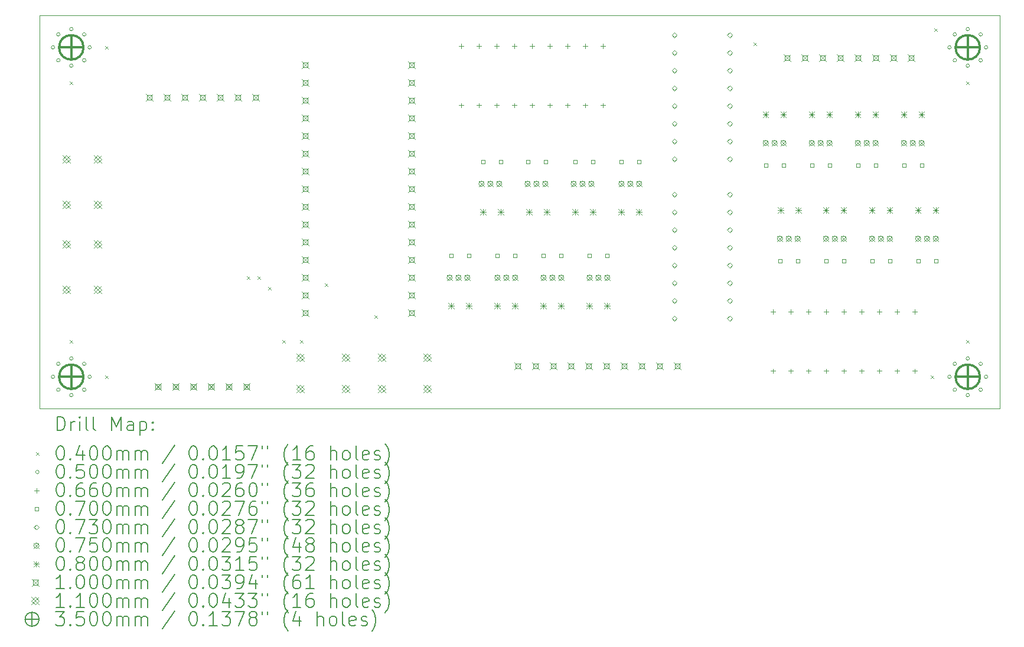
<source format=gbr>
%FSLAX45Y45*%
G04 Gerber Fmt 4.5, Leading zero omitted, Abs format (unit mm)*
G04 Created by KiCad (PCBNEW (6.0.2)) date 2022-06-24 18:07:36*
%MOMM*%
%LPD*%
G01*
G04 APERTURE LIST*
%TA.AperFunction,Profile*%
%ADD10C,0.100000*%
%TD*%
%ADD11C,0.200000*%
%ADD12C,0.040000*%
%ADD13C,0.050000*%
%ADD14C,0.066000*%
%ADD15C,0.070000*%
%ADD16C,0.073000*%
%ADD17C,0.075000*%
%ADD18C,0.080000*%
%ADD19C,0.100000*%
%ADD20C,0.110000*%
%ADD21C,0.350000*%
G04 APERTURE END LIST*
D10*
X8788400Y-5892800D02*
X22555200Y-5892800D01*
X22555200Y-5892800D02*
X22555200Y-11531600D01*
X22555200Y-11531600D02*
X8788400Y-11531600D01*
X8788400Y-11531600D02*
X8788400Y-5892800D01*
D11*
D12*
X9225600Y-6838000D02*
X9265600Y-6878000D01*
X9265600Y-6838000D02*
X9225600Y-6878000D01*
X9225600Y-10546400D02*
X9265600Y-10586400D01*
X9265600Y-10546400D02*
X9225600Y-10586400D01*
X9733600Y-6330000D02*
X9773600Y-6370000D01*
X9773600Y-6330000D02*
X9733600Y-6370000D01*
X9733600Y-11054400D02*
X9773600Y-11094400D01*
X9773600Y-11054400D02*
X9733600Y-11094400D01*
X11765600Y-9632000D02*
X11805600Y-9672000D01*
X11805600Y-9632000D02*
X11765600Y-9672000D01*
X11918000Y-9632000D02*
X11958000Y-9672000D01*
X11958000Y-9632000D02*
X11918000Y-9672000D01*
X12070400Y-9784400D02*
X12110400Y-9824400D01*
X12110400Y-9784400D02*
X12070400Y-9824400D01*
X12273600Y-10546400D02*
X12313600Y-10586400D01*
X12313600Y-10546400D02*
X12273600Y-10586400D01*
X12527600Y-10546400D02*
X12567600Y-10586400D01*
X12567600Y-10546400D02*
X12527600Y-10586400D01*
X12883200Y-9733600D02*
X12923200Y-9773600D01*
X12923200Y-9733600D02*
X12883200Y-9773600D01*
X13594400Y-10190800D02*
X13634400Y-10230800D01*
X13634400Y-10190800D02*
X13594400Y-10230800D01*
X19030000Y-6279200D02*
X19070000Y-6319200D01*
X19070000Y-6279200D02*
X19030000Y-6319200D01*
X21570000Y-11054400D02*
X21610000Y-11094400D01*
X21610000Y-11054400D02*
X21570000Y-11094400D01*
X21620800Y-6076000D02*
X21660800Y-6116000D01*
X21660800Y-6076000D02*
X21620800Y-6116000D01*
X22078000Y-6838000D02*
X22118000Y-6878000D01*
X22118000Y-6838000D02*
X22078000Y-6878000D01*
X22078000Y-10546400D02*
X22118000Y-10586400D01*
X22118000Y-10546400D02*
X22078000Y-10586400D01*
D13*
X9008100Y-6350000D02*
G75*
G03*
X9008100Y-6350000I-25000J0D01*
G01*
X9008100Y-11074400D02*
G75*
G03*
X9008100Y-11074400I-25000J0D01*
G01*
X9084985Y-6164384D02*
G75*
G03*
X9084985Y-6164384I-25000J0D01*
G01*
X9084985Y-6535615D02*
G75*
G03*
X9084985Y-6535615I-25000J0D01*
G01*
X9084985Y-10888785D02*
G75*
G03*
X9084985Y-10888785I-25000J0D01*
G01*
X9084985Y-11260015D02*
G75*
G03*
X9084985Y-11260015I-25000J0D01*
G01*
X9270600Y-6087500D02*
G75*
G03*
X9270600Y-6087500I-25000J0D01*
G01*
X9270600Y-6612500D02*
G75*
G03*
X9270600Y-6612500I-25000J0D01*
G01*
X9270600Y-10811900D02*
G75*
G03*
X9270600Y-10811900I-25000J0D01*
G01*
X9270600Y-11336900D02*
G75*
G03*
X9270600Y-11336900I-25000J0D01*
G01*
X9456216Y-6164384D02*
G75*
G03*
X9456216Y-6164384I-25000J0D01*
G01*
X9456216Y-6535615D02*
G75*
G03*
X9456216Y-6535615I-25000J0D01*
G01*
X9456216Y-10888785D02*
G75*
G03*
X9456216Y-10888785I-25000J0D01*
G01*
X9456216Y-11260015D02*
G75*
G03*
X9456216Y-11260015I-25000J0D01*
G01*
X9533100Y-6350000D02*
G75*
G03*
X9533100Y-6350000I-25000J0D01*
G01*
X9533100Y-11074400D02*
G75*
G03*
X9533100Y-11074400I-25000J0D01*
G01*
X21860500Y-6350000D02*
G75*
G03*
X21860500Y-6350000I-25000J0D01*
G01*
X21860500Y-11074400D02*
G75*
G03*
X21860500Y-11074400I-25000J0D01*
G01*
X21937385Y-6164384D02*
G75*
G03*
X21937385Y-6164384I-25000J0D01*
G01*
X21937385Y-6535615D02*
G75*
G03*
X21937385Y-6535615I-25000J0D01*
G01*
X21937385Y-10888785D02*
G75*
G03*
X21937385Y-10888785I-25000J0D01*
G01*
X21937385Y-11260015D02*
G75*
G03*
X21937385Y-11260015I-25000J0D01*
G01*
X22123000Y-6087500D02*
G75*
G03*
X22123000Y-6087500I-25000J0D01*
G01*
X22123000Y-6612500D02*
G75*
G03*
X22123000Y-6612500I-25000J0D01*
G01*
X22123000Y-10811900D02*
G75*
G03*
X22123000Y-10811900I-25000J0D01*
G01*
X22123000Y-11336900D02*
G75*
G03*
X22123000Y-11336900I-25000J0D01*
G01*
X22308616Y-6164384D02*
G75*
G03*
X22308616Y-6164384I-25000J0D01*
G01*
X22308616Y-6535615D02*
G75*
G03*
X22308616Y-6535615I-25000J0D01*
G01*
X22308616Y-10888785D02*
G75*
G03*
X22308616Y-10888785I-25000J0D01*
G01*
X22308616Y-11260015D02*
G75*
G03*
X22308616Y-11260015I-25000J0D01*
G01*
X22385500Y-6350000D02*
G75*
G03*
X22385500Y-6350000I-25000J0D01*
G01*
X22385500Y-11074400D02*
G75*
G03*
X22385500Y-11074400I-25000J0D01*
G01*
D14*
X14833600Y-6298400D02*
X14833600Y-6364400D01*
X14800600Y-6331400D02*
X14866600Y-6331400D01*
X14833600Y-7148400D02*
X14833600Y-7214400D01*
X14800600Y-7181400D02*
X14866600Y-7181400D01*
X15087600Y-6298400D02*
X15087600Y-6364400D01*
X15054600Y-6331400D02*
X15120600Y-6331400D01*
X15087600Y-7148400D02*
X15087600Y-7214400D01*
X15054600Y-7181400D02*
X15120600Y-7181400D01*
X15341600Y-6298400D02*
X15341600Y-6364400D01*
X15308600Y-6331400D02*
X15374600Y-6331400D01*
X15341600Y-7148400D02*
X15341600Y-7214400D01*
X15308600Y-7181400D02*
X15374600Y-7181400D01*
X15595600Y-6298400D02*
X15595600Y-6364400D01*
X15562600Y-6331400D02*
X15628600Y-6331400D01*
X15595600Y-7148400D02*
X15595600Y-7214400D01*
X15562600Y-7181400D02*
X15628600Y-7181400D01*
X15849600Y-6298400D02*
X15849600Y-6364400D01*
X15816600Y-6331400D02*
X15882600Y-6331400D01*
X15849600Y-7148400D02*
X15849600Y-7214400D01*
X15816600Y-7181400D02*
X15882600Y-7181400D01*
X16103600Y-6298400D02*
X16103600Y-6364400D01*
X16070600Y-6331400D02*
X16136600Y-6331400D01*
X16103600Y-7148400D02*
X16103600Y-7214400D01*
X16070600Y-7181400D02*
X16136600Y-7181400D01*
X16357600Y-6298400D02*
X16357600Y-6364400D01*
X16324600Y-6331400D02*
X16390600Y-6331400D01*
X16357600Y-7148400D02*
X16357600Y-7214400D01*
X16324600Y-7181400D02*
X16390600Y-7181400D01*
X16611600Y-6298400D02*
X16611600Y-6364400D01*
X16578600Y-6331400D02*
X16644600Y-6331400D01*
X16611600Y-7148400D02*
X16611600Y-7214400D01*
X16578600Y-7181400D02*
X16644600Y-7181400D01*
X16865600Y-6298400D02*
X16865600Y-6364400D01*
X16832600Y-6331400D02*
X16898600Y-6331400D01*
X16865600Y-7148400D02*
X16865600Y-7214400D01*
X16832600Y-7181400D02*
X16898600Y-7181400D01*
X19304000Y-10108400D02*
X19304000Y-10174400D01*
X19271000Y-10141400D02*
X19337000Y-10141400D01*
X19304000Y-10958400D02*
X19304000Y-11024400D01*
X19271000Y-10991400D02*
X19337000Y-10991400D01*
X19558000Y-10108400D02*
X19558000Y-10174400D01*
X19525000Y-10141400D02*
X19591000Y-10141400D01*
X19558000Y-10958400D02*
X19558000Y-11024400D01*
X19525000Y-10991400D02*
X19591000Y-10991400D01*
X19812000Y-10108400D02*
X19812000Y-10174400D01*
X19779000Y-10141400D02*
X19845000Y-10141400D01*
X19812000Y-10958400D02*
X19812000Y-11024400D01*
X19779000Y-10991400D02*
X19845000Y-10991400D01*
X20066000Y-10108400D02*
X20066000Y-10174400D01*
X20033000Y-10141400D02*
X20099000Y-10141400D01*
X20066000Y-10958400D02*
X20066000Y-11024400D01*
X20033000Y-10991400D02*
X20099000Y-10991400D01*
X20320000Y-10108400D02*
X20320000Y-10174400D01*
X20287000Y-10141400D02*
X20353000Y-10141400D01*
X20320000Y-10958400D02*
X20320000Y-11024400D01*
X20287000Y-10991400D02*
X20353000Y-10991400D01*
X20574000Y-10108400D02*
X20574000Y-10174400D01*
X20541000Y-10141400D02*
X20607000Y-10141400D01*
X20574000Y-10958400D02*
X20574000Y-11024400D01*
X20541000Y-10991400D02*
X20607000Y-10991400D01*
X20828000Y-10108400D02*
X20828000Y-10174400D01*
X20795000Y-10141400D02*
X20861000Y-10141400D01*
X20828000Y-10958400D02*
X20828000Y-11024400D01*
X20795000Y-10991400D02*
X20861000Y-10991400D01*
X21082000Y-10108400D02*
X21082000Y-10174400D01*
X21049000Y-10141400D02*
X21115000Y-10141400D01*
X21082000Y-10958400D02*
X21082000Y-11024400D01*
X21049000Y-10991400D02*
X21115000Y-10991400D01*
X21336000Y-10108400D02*
X21336000Y-10174400D01*
X21303000Y-10141400D02*
X21369000Y-10141400D01*
X21336000Y-10958400D02*
X21336000Y-11024400D01*
X21303000Y-10991400D02*
X21369000Y-10991400D01*
D15*
X14718649Y-9359249D02*
X14718649Y-9309751D01*
X14669151Y-9309751D01*
X14669151Y-9359249D01*
X14718649Y-9359249D01*
X14972649Y-9359249D02*
X14972649Y-9309751D01*
X14923151Y-9309751D01*
X14923151Y-9359249D01*
X14972649Y-9359249D01*
X15175849Y-8013049D02*
X15175849Y-7963551D01*
X15126351Y-7963551D01*
X15126351Y-8013049D01*
X15175849Y-8013049D01*
X15379049Y-9359249D02*
X15379049Y-9309751D01*
X15329551Y-9309751D01*
X15329551Y-9359249D01*
X15379049Y-9359249D01*
X15429849Y-8013049D02*
X15429849Y-7963551D01*
X15380351Y-7963551D01*
X15380351Y-8013049D01*
X15429849Y-8013049D01*
X15633049Y-9359249D02*
X15633049Y-9309751D01*
X15583551Y-9309751D01*
X15583551Y-9359249D01*
X15633049Y-9359249D01*
X15815849Y-8013049D02*
X15815849Y-7963551D01*
X15766351Y-7963551D01*
X15766351Y-8013049D01*
X15815849Y-8013049D01*
X16039449Y-9359249D02*
X16039449Y-9309751D01*
X15989951Y-9309751D01*
X15989951Y-9359249D01*
X16039449Y-9359249D01*
X16069849Y-8013049D02*
X16069849Y-7963551D01*
X16020351Y-7963551D01*
X16020351Y-8013049D01*
X16069849Y-8013049D01*
X16293449Y-9359249D02*
X16293449Y-9309751D01*
X16243951Y-9309751D01*
X16243951Y-9359249D01*
X16293449Y-9359249D01*
X16496649Y-8013049D02*
X16496649Y-7963551D01*
X16447151Y-7963551D01*
X16447151Y-8013049D01*
X16496649Y-8013049D01*
X16699849Y-9359249D02*
X16699849Y-9309751D01*
X16650351Y-9309751D01*
X16650351Y-9359249D01*
X16699849Y-9359249D01*
X16750649Y-8013049D02*
X16750649Y-7963551D01*
X16701151Y-7963551D01*
X16701151Y-8013049D01*
X16750649Y-8013049D01*
X16953849Y-9359249D02*
X16953849Y-9309751D01*
X16904351Y-9309751D01*
X16904351Y-9359249D01*
X16953849Y-9359249D01*
X17157049Y-8013049D02*
X17157049Y-7963551D01*
X17107551Y-7963551D01*
X17107551Y-8013049D01*
X17157049Y-8013049D01*
X17411049Y-8013049D02*
X17411049Y-7963551D01*
X17361551Y-7963551D01*
X17361551Y-8013049D01*
X17411049Y-8013049D01*
X19227149Y-8063849D02*
X19227149Y-8014351D01*
X19177651Y-8014351D01*
X19177651Y-8063849D01*
X19227149Y-8063849D01*
X19430349Y-9435449D02*
X19430349Y-9385951D01*
X19380851Y-9385951D01*
X19380851Y-9435449D01*
X19430349Y-9435449D01*
X19481149Y-8063849D02*
X19481149Y-8014351D01*
X19431651Y-8014351D01*
X19431651Y-8063849D01*
X19481149Y-8063849D01*
X19684349Y-9435449D02*
X19684349Y-9385951D01*
X19634851Y-9385951D01*
X19634851Y-9435449D01*
X19684349Y-9435449D01*
X19887549Y-8063849D02*
X19887549Y-8014351D01*
X19838051Y-8014351D01*
X19838051Y-8063849D01*
X19887549Y-8063849D01*
X20090749Y-9435449D02*
X20090749Y-9385951D01*
X20041251Y-9385951D01*
X20041251Y-9435449D01*
X20090749Y-9435449D01*
X20141549Y-8063849D02*
X20141549Y-8014351D01*
X20092051Y-8014351D01*
X20092051Y-8063849D01*
X20141549Y-8063849D01*
X20344749Y-9435449D02*
X20344749Y-9385951D01*
X20295251Y-9385951D01*
X20295251Y-9435449D01*
X20344749Y-9435449D01*
X20547949Y-8063849D02*
X20547949Y-8014351D01*
X20498451Y-8014351D01*
X20498451Y-8063849D01*
X20547949Y-8063849D01*
X20751149Y-9435449D02*
X20751149Y-9385951D01*
X20701651Y-9385951D01*
X20701651Y-9435449D01*
X20751149Y-9435449D01*
X20801949Y-8063849D02*
X20801949Y-8014351D01*
X20752451Y-8014351D01*
X20752451Y-8063849D01*
X20801949Y-8063849D01*
X21005149Y-9435449D02*
X21005149Y-9385951D01*
X20955651Y-9385951D01*
X20955651Y-9435449D01*
X21005149Y-9435449D01*
X21208349Y-8063849D02*
X21208349Y-8014351D01*
X21158851Y-8014351D01*
X21158851Y-8063849D01*
X21208349Y-8063849D01*
X21411549Y-9435449D02*
X21411549Y-9385951D01*
X21362051Y-9385951D01*
X21362051Y-9435449D01*
X21411549Y-9435449D01*
X21462349Y-8063849D02*
X21462349Y-8014351D01*
X21412851Y-8014351D01*
X21412851Y-8063849D01*
X21462349Y-8063849D01*
X21665549Y-9435449D02*
X21665549Y-9385951D01*
X21616051Y-9385951D01*
X21616051Y-9435449D01*
X21665549Y-9435449D01*
D16*
X17891000Y-6208700D02*
X17927500Y-6172200D01*
X17891000Y-6135700D01*
X17854500Y-6172200D01*
X17891000Y-6208700D01*
X17891000Y-6462700D02*
X17927500Y-6426200D01*
X17891000Y-6389700D01*
X17854500Y-6426200D01*
X17891000Y-6462700D01*
X17891000Y-6716700D02*
X17927500Y-6680200D01*
X17891000Y-6643700D01*
X17854500Y-6680200D01*
X17891000Y-6716700D01*
X17891000Y-6970700D02*
X17927500Y-6934200D01*
X17891000Y-6897700D01*
X17854500Y-6934200D01*
X17891000Y-6970700D01*
X17891000Y-7224700D02*
X17927500Y-7188200D01*
X17891000Y-7151700D01*
X17854500Y-7188200D01*
X17891000Y-7224700D01*
X17891000Y-7478700D02*
X17927500Y-7442200D01*
X17891000Y-7405700D01*
X17854500Y-7442200D01*
X17891000Y-7478700D01*
X17891000Y-7732700D02*
X17927500Y-7696200D01*
X17891000Y-7659700D01*
X17854500Y-7696200D01*
X17891000Y-7732700D01*
X17891000Y-7986700D02*
X17927500Y-7950200D01*
X17891000Y-7913700D01*
X17854500Y-7950200D01*
X17891000Y-7986700D01*
X17891000Y-8494700D02*
X17927500Y-8458200D01*
X17891000Y-8421700D01*
X17854500Y-8458200D01*
X17891000Y-8494700D01*
X17891000Y-8748700D02*
X17927500Y-8712200D01*
X17891000Y-8675700D01*
X17854500Y-8712200D01*
X17891000Y-8748700D01*
X17891000Y-9002700D02*
X17927500Y-8966200D01*
X17891000Y-8929700D01*
X17854500Y-8966200D01*
X17891000Y-9002700D01*
X17891000Y-9256700D02*
X17927500Y-9220200D01*
X17891000Y-9183700D01*
X17854500Y-9220200D01*
X17891000Y-9256700D01*
X17891000Y-9510700D02*
X17927500Y-9474200D01*
X17891000Y-9437700D01*
X17854500Y-9474200D01*
X17891000Y-9510700D01*
X17891000Y-9764700D02*
X17927500Y-9728200D01*
X17891000Y-9691700D01*
X17854500Y-9728200D01*
X17891000Y-9764700D01*
X17891000Y-10018700D02*
X17927500Y-9982200D01*
X17891000Y-9945700D01*
X17854500Y-9982200D01*
X17891000Y-10018700D01*
X17891000Y-10272700D02*
X17927500Y-10236200D01*
X17891000Y-10199700D01*
X17854500Y-10236200D01*
X17891000Y-10272700D01*
X18685000Y-6208700D02*
X18721500Y-6172200D01*
X18685000Y-6135700D01*
X18648500Y-6172200D01*
X18685000Y-6208700D01*
X18685000Y-6462700D02*
X18721500Y-6426200D01*
X18685000Y-6389700D01*
X18648500Y-6426200D01*
X18685000Y-6462700D01*
X18685000Y-6716700D02*
X18721500Y-6680200D01*
X18685000Y-6643700D01*
X18648500Y-6680200D01*
X18685000Y-6716700D01*
X18685000Y-6970700D02*
X18721500Y-6934200D01*
X18685000Y-6897700D01*
X18648500Y-6934200D01*
X18685000Y-6970700D01*
X18685000Y-7224700D02*
X18721500Y-7188200D01*
X18685000Y-7151700D01*
X18648500Y-7188200D01*
X18685000Y-7224700D01*
X18685000Y-7478700D02*
X18721500Y-7442200D01*
X18685000Y-7405700D01*
X18648500Y-7442200D01*
X18685000Y-7478700D01*
X18685000Y-7732700D02*
X18721500Y-7696200D01*
X18685000Y-7659700D01*
X18648500Y-7696200D01*
X18685000Y-7732700D01*
X18685000Y-7986700D02*
X18721500Y-7950200D01*
X18685000Y-7913700D01*
X18648500Y-7950200D01*
X18685000Y-7986700D01*
X18685000Y-8494700D02*
X18721500Y-8458200D01*
X18685000Y-8421700D01*
X18648500Y-8458200D01*
X18685000Y-8494700D01*
X18685000Y-8748700D02*
X18721500Y-8712200D01*
X18685000Y-8675700D01*
X18648500Y-8712200D01*
X18685000Y-8748700D01*
X18685000Y-9002700D02*
X18721500Y-8966200D01*
X18685000Y-8929700D01*
X18648500Y-8966200D01*
X18685000Y-9002700D01*
X18685000Y-9256700D02*
X18721500Y-9220200D01*
X18685000Y-9183700D01*
X18648500Y-9220200D01*
X18685000Y-9256700D01*
X18685000Y-9510700D02*
X18721500Y-9474200D01*
X18685000Y-9437700D01*
X18648500Y-9474200D01*
X18685000Y-9510700D01*
X18685000Y-9764700D02*
X18721500Y-9728200D01*
X18685000Y-9691700D01*
X18648500Y-9728200D01*
X18685000Y-9764700D01*
X18685000Y-10018700D02*
X18721500Y-9982200D01*
X18685000Y-9945700D01*
X18648500Y-9982200D01*
X18685000Y-10018700D01*
X18685000Y-10272700D02*
X18721500Y-10236200D01*
X18685000Y-10199700D01*
X18648500Y-10236200D01*
X18685000Y-10272700D01*
D17*
X14631000Y-9614500D02*
X14706000Y-9689500D01*
X14706000Y-9614500D02*
X14631000Y-9689500D01*
X14706000Y-9652000D02*
G75*
G03*
X14706000Y-9652000I-37500J0D01*
G01*
X14758000Y-9614500D02*
X14833000Y-9689500D01*
X14833000Y-9614500D02*
X14758000Y-9689500D01*
X14833000Y-9652000D02*
G75*
G03*
X14833000Y-9652000I-37500J0D01*
G01*
X14885000Y-9614500D02*
X14960000Y-9689500D01*
X14960000Y-9614500D02*
X14885000Y-9689500D01*
X14960000Y-9652000D02*
G75*
G03*
X14960000Y-9652000I-37500J0D01*
G01*
X15088200Y-8268300D02*
X15163200Y-8343300D01*
X15163200Y-8268300D02*
X15088200Y-8343300D01*
X15163200Y-8305800D02*
G75*
G03*
X15163200Y-8305800I-37500J0D01*
G01*
X15215200Y-8268300D02*
X15290200Y-8343300D01*
X15290200Y-8268300D02*
X15215200Y-8343300D01*
X15290200Y-8305800D02*
G75*
G03*
X15290200Y-8305800I-37500J0D01*
G01*
X15316800Y-9614500D02*
X15391800Y-9689500D01*
X15391800Y-9614500D02*
X15316800Y-9689500D01*
X15391800Y-9652000D02*
G75*
G03*
X15391800Y-9652000I-37500J0D01*
G01*
X15342200Y-8268300D02*
X15417200Y-8343300D01*
X15417200Y-8268300D02*
X15342200Y-8343300D01*
X15417200Y-8305800D02*
G75*
G03*
X15417200Y-8305800I-37500J0D01*
G01*
X15443800Y-9614500D02*
X15518800Y-9689500D01*
X15518800Y-9614500D02*
X15443800Y-9689500D01*
X15518800Y-9652000D02*
G75*
G03*
X15518800Y-9652000I-37500J0D01*
G01*
X15570800Y-9614500D02*
X15645800Y-9689500D01*
X15645800Y-9614500D02*
X15570800Y-9689500D01*
X15645800Y-9652000D02*
G75*
G03*
X15645800Y-9652000I-37500J0D01*
G01*
X15748600Y-8268300D02*
X15823600Y-8343300D01*
X15823600Y-8268300D02*
X15748600Y-8343300D01*
X15823600Y-8305800D02*
G75*
G03*
X15823600Y-8305800I-37500J0D01*
G01*
X15875600Y-8268300D02*
X15950600Y-8343300D01*
X15950600Y-8268300D02*
X15875600Y-8343300D01*
X15950600Y-8305800D02*
G75*
G03*
X15950600Y-8305800I-37500J0D01*
G01*
X15977200Y-9614500D02*
X16052200Y-9689500D01*
X16052200Y-9614500D02*
X15977200Y-9689500D01*
X16052200Y-9652000D02*
G75*
G03*
X16052200Y-9652000I-37500J0D01*
G01*
X16002600Y-8268300D02*
X16077600Y-8343300D01*
X16077600Y-8268300D02*
X16002600Y-8343300D01*
X16077600Y-8305800D02*
G75*
G03*
X16077600Y-8305800I-37500J0D01*
G01*
X16104200Y-9614500D02*
X16179200Y-9689500D01*
X16179200Y-9614500D02*
X16104200Y-9689500D01*
X16179200Y-9652000D02*
G75*
G03*
X16179200Y-9652000I-37500J0D01*
G01*
X16231200Y-9614500D02*
X16306200Y-9689500D01*
X16306200Y-9614500D02*
X16231200Y-9689500D01*
X16306200Y-9652000D02*
G75*
G03*
X16306200Y-9652000I-37500J0D01*
G01*
X16409000Y-8268300D02*
X16484000Y-8343300D01*
X16484000Y-8268300D02*
X16409000Y-8343300D01*
X16484000Y-8305800D02*
G75*
G03*
X16484000Y-8305800I-37500J0D01*
G01*
X16536000Y-8268300D02*
X16611000Y-8343300D01*
X16611000Y-8268300D02*
X16536000Y-8343300D01*
X16611000Y-8305800D02*
G75*
G03*
X16611000Y-8305800I-37500J0D01*
G01*
X16637600Y-9614500D02*
X16712600Y-9689500D01*
X16712600Y-9614500D02*
X16637600Y-9689500D01*
X16712600Y-9652000D02*
G75*
G03*
X16712600Y-9652000I-37500J0D01*
G01*
X16663000Y-8268300D02*
X16738000Y-8343300D01*
X16738000Y-8268300D02*
X16663000Y-8343300D01*
X16738000Y-8305800D02*
G75*
G03*
X16738000Y-8305800I-37500J0D01*
G01*
X16764600Y-9614500D02*
X16839600Y-9689500D01*
X16839600Y-9614500D02*
X16764600Y-9689500D01*
X16839600Y-9652000D02*
G75*
G03*
X16839600Y-9652000I-37500J0D01*
G01*
X16891600Y-9614500D02*
X16966600Y-9689500D01*
X16966600Y-9614500D02*
X16891600Y-9689500D01*
X16966600Y-9652000D02*
G75*
G03*
X16966600Y-9652000I-37500J0D01*
G01*
X17094800Y-8268300D02*
X17169800Y-8343300D01*
X17169800Y-8268300D02*
X17094800Y-8343300D01*
X17169800Y-8305800D02*
G75*
G03*
X17169800Y-8305800I-37500J0D01*
G01*
X17221800Y-8268300D02*
X17296800Y-8343300D01*
X17296800Y-8268300D02*
X17221800Y-8343300D01*
X17296800Y-8305800D02*
G75*
G03*
X17296800Y-8305800I-37500J0D01*
G01*
X17348800Y-8268300D02*
X17423800Y-8343300D01*
X17423800Y-8268300D02*
X17348800Y-8343300D01*
X17423800Y-8305800D02*
G75*
G03*
X17423800Y-8305800I-37500J0D01*
G01*
X19164900Y-7684100D02*
X19239900Y-7759100D01*
X19239900Y-7684100D02*
X19164900Y-7759100D01*
X19239900Y-7721600D02*
G75*
G03*
X19239900Y-7721600I-37500J0D01*
G01*
X19291900Y-7684100D02*
X19366900Y-7759100D01*
X19366900Y-7684100D02*
X19291900Y-7759100D01*
X19366900Y-7721600D02*
G75*
G03*
X19366900Y-7721600I-37500J0D01*
G01*
X19368100Y-9055700D02*
X19443100Y-9130700D01*
X19443100Y-9055700D02*
X19368100Y-9130700D01*
X19443100Y-9093200D02*
G75*
G03*
X19443100Y-9093200I-37500J0D01*
G01*
X19418900Y-7684100D02*
X19493900Y-7759100D01*
X19493900Y-7684100D02*
X19418900Y-7759100D01*
X19493900Y-7721600D02*
G75*
G03*
X19493900Y-7721600I-37500J0D01*
G01*
X19495100Y-9055700D02*
X19570100Y-9130700D01*
X19570100Y-9055700D02*
X19495100Y-9130700D01*
X19570100Y-9093200D02*
G75*
G03*
X19570100Y-9093200I-37500J0D01*
G01*
X19622100Y-9055700D02*
X19697100Y-9130700D01*
X19697100Y-9055700D02*
X19622100Y-9130700D01*
X19697100Y-9093200D02*
G75*
G03*
X19697100Y-9093200I-37500J0D01*
G01*
X19825300Y-7684100D02*
X19900300Y-7759100D01*
X19900300Y-7684100D02*
X19825300Y-7759100D01*
X19900300Y-7721600D02*
G75*
G03*
X19900300Y-7721600I-37500J0D01*
G01*
X19952300Y-7684100D02*
X20027300Y-7759100D01*
X20027300Y-7684100D02*
X19952300Y-7759100D01*
X20027300Y-7721600D02*
G75*
G03*
X20027300Y-7721600I-37500J0D01*
G01*
X20028500Y-9055700D02*
X20103500Y-9130700D01*
X20103500Y-9055700D02*
X20028500Y-9130700D01*
X20103500Y-9093200D02*
G75*
G03*
X20103500Y-9093200I-37500J0D01*
G01*
X20079300Y-7684100D02*
X20154300Y-7759100D01*
X20154300Y-7684100D02*
X20079300Y-7759100D01*
X20154300Y-7721600D02*
G75*
G03*
X20154300Y-7721600I-37500J0D01*
G01*
X20155500Y-9055700D02*
X20230500Y-9130700D01*
X20230500Y-9055700D02*
X20155500Y-9130700D01*
X20230500Y-9093200D02*
G75*
G03*
X20230500Y-9093200I-37500J0D01*
G01*
X20282500Y-9055700D02*
X20357500Y-9130700D01*
X20357500Y-9055700D02*
X20282500Y-9130700D01*
X20357500Y-9093200D02*
G75*
G03*
X20357500Y-9093200I-37500J0D01*
G01*
X20485700Y-7684100D02*
X20560700Y-7759100D01*
X20560700Y-7684100D02*
X20485700Y-7759100D01*
X20560700Y-7721600D02*
G75*
G03*
X20560700Y-7721600I-37500J0D01*
G01*
X20612700Y-7684100D02*
X20687700Y-7759100D01*
X20687700Y-7684100D02*
X20612700Y-7759100D01*
X20687700Y-7721600D02*
G75*
G03*
X20687700Y-7721600I-37500J0D01*
G01*
X20688900Y-9055700D02*
X20763900Y-9130700D01*
X20763900Y-9055700D02*
X20688900Y-9130700D01*
X20763900Y-9093200D02*
G75*
G03*
X20763900Y-9093200I-37500J0D01*
G01*
X20739700Y-7684100D02*
X20814700Y-7759100D01*
X20814700Y-7684100D02*
X20739700Y-7759100D01*
X20814700Y-7721600D02*
G75*
G03*
X20814700Y-7721600I-37500J0D01*
G01*
X20815900Y-9055700D02*
X20890900Y-9130700D01*
X20890900Y-9055700D02*
X20815900Y-9130700D01*
X20890900Y-9093200D02*
G75*
G03*
X20890900Y-9093200I-37500J0D01*
G01*
X20942900Y-9055700D02*
X21017900Y-9130700D01*
X21017900Y-9055700D02*
X20942900Y-9130700D01*
X21017900Y-9093200D02*
G75*
G03*
X21017900Y-9093200I-37500J0D01*
G01*
X21146100Y-7684100D02*
X21221100Y-7759100D01*
X21221100Y-7684100D02*
X21146100Y-7759100D01*
X21221100Y-7721600D02*
G75*
G03*
X21221100Y-7721600I-37500J0D01*
G01*
X21273100Y-7684100D02*
X21348100Y-7759100D01*
X21348100Y-7684100D02*
X21273100Y-7759100D01*
X21348100Y-7721600D02*
G75*
G03*
X21348100Y-7721600I-37500J0D01*
G01*
X21349300Y-9055700D02*
X21424300Y-9130700D01*
X21424300Y-9055700D02*
X21349300Y-9130700D01*
X21424300Y-9093200D02*
G75*
G03*
X21424300Y-9093200I-37500J0D01*
G01*
X21400100Y-7684100D02*
X21475100Y-7759100D01*
X21475100Y-7684100D02*
X21400100Y-7759100D01*
X21475100Y-7721600D02*
G75*
G03*
X21475100Y-7721600I-37500J0D01*
G01*
X21476300Y-9055700D02*
X21551300Y-9130700D01*
X21551300Y-9055700D02*
X21476300Y-9130700D01*
X21551300Y-9093200D02*
G75*
G03*
X21551300Y-9093200I-37500J0D01*
G01*
X21603300Y-9055700D02*
X21678300Y-9130700D01*
X21678300Y-9055700D02*
X21603300Y-9130700D01*
X21678300Y-9093200D02*
G75*
G03*
X21678300Y-9093200I-37500J0D01*
G01*
D18*
X14653900Y-10018400D02*
X14733900Y-10098400D01*
X14733900Y-10018400D02*
X14653900Y-10098400D01*
X14693900Y-10018400D02*
X14693900Y-10098400D01*
X14653900Y-10058400D02*
X14733900Y-10058400D01*
X14907900Y-10018400D02*
X14987900Y-10098400D01*
X14987900Y-10018400D02*
X14907900Y-10098400D01*
X14947900Y-10018400D02*
X14947900Y-10098400D01*
X14907900Y-10058400D02*
X14987900Y-10058400D01*
X15111100Y-8672200D02*
X15191100Y-8752200D01*
X15191100Y-8672200D02*
X15111100Y-8752200D01*
X15151100Y-8672200D02*
X15151100Y-8752200D01*
X15111100Y-8712200D02*
X15191100Y-8712200D01*
X15314300Y-10018400D02*
X15394300Y-10098400D01*
X15394300Y-10018400D02*
X15314300Y-10098400D01*
X15354300Y-10018400D02*
X15354300Y-10098400D01*
X15314300Y-10058400D02*
X15394300Y-10058400D01*
X15365100Y-8672200D02*
X15445100Y-8752200D01*
X15445100Y-8672200D02*
X15365100Y-8752200D01*
X15405100Y-8672200D02*
X15405100Y-8752200D01*
X15365100Y-8712200D02*
X15445100Y-8712200D01*
X15568300Y-10018400D02*
X15648300Y-10098400D01*
X15648300Y-10018400D02*
X15568300Y-10098400D01*
X15608300Y-10018400D02*
X15608300Y-10098400D01*
X15568300Y-10058400D02*
X15648300Y-10058400D01*
X15771500Y-8672200D02*
X15851500Y-8752200D01*
X15851500Y-8672200D02*
X15771500Y-8752200D01*
X15811500Y-8672200D02*
X15811500Y-8752200D01*
X15771500Y-8712200D02*
X15851500Y-8712200D01*
X15974700Y-10018400D02*
X16054700Y-10098400D01*
X16054700Y-10018400D02*
X15974700Y-10098400D01*
X16014700Y-10018400D02*
X16014700Y-10098400D01*
X15974700Y-10058400D02*
X16054700Y-10058400D01*
X16025500Y-8672200D02*
X16105500Y-8752200D01*
X16105500Y-8672200D02*
X16025500Y-8752200D01*
X16065500Y-8672200D02*
X16065500Y-8752200D01*
X16025500Y-8712200D02*
X16105500Y-8712200D01*
X16228700Y-10018400D02*
X16308700Y-10098400D01*
X16308700Y-10018400D02*
X16228700Y-10098400D01*
X16268700Y-10018400D02*
X16268700Y-10098400D01*
X16228700Y-10058400D02*
X16308700Y-10058400D01*
X16431900Y-8672200D02*
X16511900Y-8752200D01*
X16511900Y-8672200D02*
X16431900Y-8752200D01*
X16471900Y-8672200D02*
X16471900Y-8752200D01*
X16431900Y-8712200D02*
X16511900Y-8712200D01*
X16635100Y-10018400D02*
X16715100Y-10098400D01*
X16715100Y-10018400D02*
X16635100Y-10098400D01*
X16675100Y-10018400D02*
X16675100Y-10098400D01*
X16635100Y-10058400D02*
X16715100Y-10058400D01*
X16685900Y-8672200D02*
X16765900Y-8752200D01*
X16765900Y-8672200D02*
X16685900Y-8752200D01*
X16725900Y-8672200D02*
X16725900Y-8752200D01*
X16685900Y-8712200D02*
X16765900Y-8712200D01*
X16889100Y-10018400D02*
X16969100Y-10098400D01*
X16969100Y-10018400D02*
X16889100Y-10098400D01*
X16929100Y-10018400D02*
X16929100Y-10098400D01*
X16889100Y-10058400D02*
X16969100Y-10058400D01*
X17092300Y-8672200D02*
X17172300Y-8752200D01*
X17172300Y-8672200D02*
X17092300Y-8752200D01*
X17132300Y-8672200D02*
X17132300Y-8752200D01*
X17092300Y-8712200D02*
X17172300Y-8712200D01*
X17346300Y-8672200D02*
X17426300Y-8752200D01*
X17426300Y-8672200D02*
X17346300Y-8752200D01*
X17386300Y-8672200D02*
X17386300Y-8752200D01*
X17346300Y-8712200D02*
X17426300Y-8712200D01*
X19162400Y-7275200D02*
X19242400Y-7355200D01*
X19242400Y-7275200D02*
X19162400Y-7355200D01*
X19202400Y-7275200D02*
X19202400Y-7355200D01*
X19162400Y-7315200D02*
X19242400Y-7315200D01*
X19375432Y-8646800D02*
X19455432Y-8726800D01*
X19455432Y-8646800D02*
X19375432Y-8726800D01*
X19415432Y-8646800D02*
X19415432Y-8726800D01*
X19375432Y-8686800D02*
X19455432Y-8686800D01*
X19416400Y-7275200D02*
X19496400Y-7355200D01*
X19496400Y-7275200D02*
X19416400Y-7355200D01*
X19456400Y-7275200D02*
X19456400Y-7355200D01*
X19416400Y-7315200D02*
X19496400Y-7315200D01*
X19629432Y-8646800D02*
X19709432Y-8726800D01*
X19709432Y-8646800D02*
X19629432Y-8726800D01*
X19669432Y-8646800D02*
X19669432Y-8726800D01*
X19629432Y-8686800D02*
X19709432Y-8686800D01*
X19822800Y-7275200D02*
X19902800Y-7355200D01*
X19902800Y-7275200D02*
X19822800Y-7355200D01*
X19862800Y-7275200D02*
X19862800Y-7355200D01*
X19822800Y-7315200D02*
X19902800Y-7315200D01*
X20026000Y-8646800D02*
X20106000Y-8726800D01*
X20106000Y-8646800D02*
X20026000Y-8726800D01*
X20066000Y-8646800D02*
X20066000Y-8726800D01*
X20026000Y-8686800D02*
X20106000Y-8686800D01*
X20076800Y-7275200D02*
X20156800Y-7355200D01*
X20156800Y-7275200D02*
X20076800Y-7355200D01*
X20116800Y-7275200D02*
X20116800Y-7355200D01*
X20076800Y-7315200D02*
X20156800Y-7315200D01*
X20280000Y-8646800D02*
X20360000Y-8726800D01*
X20360000Y-8646800D02*
X20280000Y-8726800D01*
X20320000Y-8646800D02*
X20320000Y-8726800D01*
X20280000Y-8686800D02*
X20360000Y-8686800D01*
X20483200Y-7275200D02*
X20563200Y-7355200D01*
X20563200Y-7275200D02*
X20483200Y-7355200D01*
X20523200Y-7275200D02*
X20523200Y-7355200D01*
X20483200Y-7315200D02*
X20563200Y-7315200D01*
X20686400Y-8646800D02*
X20766400Y-8726800D01*
X20766400Y-8646800D02*
X20686400Y-8726800D01*
X20726400Y-8646800D02*
X20726400Y-8726800D01*
X20686400Y-8686800D02*
X20766400Y-8686800D01*
X20737200Y-7275200D02*
X20817200Y-7355200D01*
X20817200Y-7275200D02*
X20737200Y-7355200D01*
X20777200Y-7275200D02*
X20777200Y-7355200D01*
X20737200Y-7315200D02*
X20817200Y-7315200D01*
X20940400Y-8646800D02*
X21020400Y-8726800D01*
X21020400Y-8646800D02*
X20940400Y-8726800D01*
X20980400Y-8646800D02*
X20980400Y-8726800D01*
X20940400Y-8686800D02*
X21020400Y-8686800D01*
X21143600Y-7275200D02*
X21223600Y-7355200D01*
X21223600Y-7275200D02*
X21143600Y-7355200D01*
X21183600Y-7275200D02*
X21183600Y-7355200D01*
X21143600Y-7315200D02*
X21223600Y-7315200D01*
X21346800Y-8646800D02*
X21426800Y-8726800D01*
X21426800Y-8646800D02*
X21346800Y-8726800D01*
X21386800Y-8646800D02*
X21386800Y-8726800D01*
X21346800Y-8686800D02*
X21426800Y-8686800D01*
X21397600Y-7275200D02*
X21477600Y-7355200D01*
X21477600Y-7275200D02*
X21397600Y-7355200D01*
X21437600Y-7275200D02*
X21437600Y-7355200D01*
X21397600Y-7315200D02*
X21477600Y-7315200D01*
X21600800Y-8646800D02*
X21680800Y-8726800D01*
X21680800Y-8646800D02*
X21600800Y-8726800D01*
X21640800Y-8646800D02*
X21640800Y-8726800D01*
X21600800Y-8686800D02*
X21680800Y-8686800D01*
D19*
X10313200Y-7018400D02*
X10413200Y-7118400D01*
X10413200Y-7018400D02*
X10313200Y-7118400D01*
X10398556Y-7103756D02*
X10398556Y-7033044D01*
X10327844Y-7033044D01*
X10327844Y-7103756D01*
X10398556Y-7103756D01*
X10437700Y-11166800D02*
X10537700Y-11266800D01*
X10537700Y-11166800D02*
X10437700Y-11266800D01*
X10523056Y-11252156D02*
X10523056Y-11181444D01*
X10452344Y-11181444D01*
X10452344Y-11252156D01*
X10523056Y-11252156D01*
X10567200Y-7018400D02*
X10667200Y-7118400D01*
X10667200Y-7018400D02*
X10567200Y-7118400D01*
X10652556Y-7103756D02*
X10652556Y-7033044D01*
X10581844Y-7033044D01*
X10581844Y-7103756D01*
X10652556Y-7103756D01*
X10691700Y-11166800D02*
X10791700Y-11266800D01*
X10791700Y-11166800D02*
X10691700Y-11266800D01*
X10777056Y-11252156D02*
X10777056Y-11181444D01*
X10706344Y-11181444D01*
X10706344Y-11252156D01*
X10777056Y-11252156D01*
X10821200Y-7018400D02*
X10921200Y-7118400D01*
X10921200Y-7018400D02*
X10821200Y-7118400D01*
X10906556Y-7103756D02*
X10906556Y-7033044D01*
X10835844Y-7033044D01*
X10835844Y-7103756D01*
X10906556Y-7103756D01*
X10945700Y-11166800D02*
X11045700Y-11266800D01*
X11045700Y-11166800D02*
X10945700Y-11266800D01*
X11031056Y-11252156D02*
X11031056Y-11181444D01*
X10960344Y-11181444D01*
X10960344Y-11252156D01*
X11031056Y-11252156D01*
X11075200Y-7018400D02*
X11175200Y-7118400D01*
X11175200Y-7018400D02*
X11075200Y-7118400D01*
X11160556Y-7103756D02*
X11160556Y-7033044D01*
X11089844Y-7033044D01*
X11089844Y-7103756D01*
X11160556Y-7103756D01*
X11199700Y-11166800D02*
X11299700Y-11266800D01*
X11299700Y-11166800D02*
X11199700Y-11266800D01*
X11285056Y-11252156D02*
X11285056Y-11181444D01*
X11214344Y-11181444D01*
X11214344Y-11252156D01*
X11285056Y-11252156D01*
X11329200Y-7018400D02*
X11429200Y-7118400D01*
X11429200Y-7018400D02*
X11329200Y-7118400D01*
X11414556Y-7103756D02*
X11414556Y-7033044D01*
X11343844Y-7033044D01*
X11343844Y-7103756D01*
X11414556Y-7103756D01*
X11453700Y-11166800D02*
X11553700Y-11266800D01*
X11553700Y-11166800D02*
X11453700Y-11266800D01*
X11539056Y-11252156D02*
X11539056Y-11181444D01*
X11468344Y-11181444D01*
X11468344Y-11252156D01*
X11539056Y-11252156D01*
X11583200Y-7018400D02*
X11683200Y-7118400D01*
X11683200Y-7018400D02*
X11583200Y-7118400D01*
X11668556Y-7103756D02*
X11668556Y-7033044D01*
X11597844Y-7033044D01*
X11597844Y-7103756D01*
X11668556Y-7103756D01*
X11707700Y-11166800D02*
X11807700Y-11266800D01*
X11807700Y-11166800D02*
X11707700Y-11266800D01*
X11793056Y-11252156D02*
X11793056Y-11181444D01*
X11722344Y-11181444D01*
X11722344Y-11252156D01*
X11793056Y-11252156D01*
X11837200Y-7018400D02*
X11937200Y-7118400D01*
X11937200Y-7018400D02*
X11837200Y-7118400D01*
X11922556Y-7103756D02*
X11922556Y-7033044D01*
X11851844Y-7033044D01*
X11851844Y-7103756D01*
X11922556Y-7103756D01*
X12548400Y-6554000D02*
X12648400Y-6654000D01*
X12648400Y-6554000D02*
X12548400Y-6654000D01*
X12633756Y-6639356D02*
X12633756Y-6568644D01*
X12563044Y-6568644D01*
X12563044Y-6639356D01*
X12633756Y-6639356D01*
X12548400Y-6808000D02*
X12648400Y-6908000D01*
X12648400Y-6808000D02*
X12548400Y-6908000D01*
X12633756Y-6893356D02*
X12633756Y-6822644D01*
X12563044Y-6822644D01*
X12563044Y-6893356D01*
X12633756Y-6893356D01*
X12548400Y-7062000D02*
X12648400Y-7162000D01*
X12648400Y-7062000D02*
X12548400Y-7162000D01*
X12633756Y-7147356D02*
X12633756Y-7076644D01*
X12563044Y-7076644D01*
X12563044Y-7147356D01*
X12633756Y-7147356D01*
X12548400Y-7316000D02*
X12648400Y-7416000D01*
X12648400Y-7316000D02*
X12548400Y-7416000D01*
X12633756Y-7401356D02*
X12633756Y-7330644D01*
X12563044Y-7330644D01*
X12563044Y-7401356D01*
X12633756Y-7401356D01*
X12548400Y-7570000D02*
X12648400Y-7670000D01*
X12648400Y-7570000D02*
X12548400Y-7670000D01*
X12633756Y-7655356D02*
X12633756Y-7584644D01*
X12563044Y-7584644D01*
X12563044Y-7655356D01*
X12633756Y-7655356D01*
X12548400Y-7824000D02*
X12648400Y-7924000D01*
X12648400Y-7824000D02*
X12548400Y-7924000D01*
X12633756Y-7909356D02*
X12633756Y-7838644D01*
X12563044Y-7838644D01*
X12563044Y-7909356D01*
X12633756Y-7909356D01*
X12548400Y-8078000D02*
X12648400Y-8178000D01*
X12648400Y-8078000D02*
X12548400Y-8178000D01*
X12633756Y-8163356D02*
X12633756Y-8092644D01*
X12563044Y-8092644D01*
X12563044Y-8163356D01*
X12633756Y-8163356D01*
X12548400Y-8332000D02*
X12648400Y-8432000D01*
X12648400Y-8332000D02*
X12548400Y-8432000D01*
X12633756Y-8417356D02*
X12633756Y-8346644D01*
X12563044Y-8346644D01*
X12563044Y-8417356D01*
X12633756Y-8417356D01*
X12548400Y-8586000D02*
X12648400Y-8686000D01*
X12648400Y-8586000D02*
X12548400Y-8686000D01*
X12633756Y-8671356D02*
X12633756Y-8600644D01*
X12563044Y-8600644D01*
X12563044Y-8671356D01*
X12633756Y-8671356D01*
X12548400Y-8840000D02*
X12648400Y-8940000D01*
X12648400Y-8840000D02*
X12548400Y-8940000D01*
X12633756Y-8925356D02*
X12633756Y-8854644D01*
X12563044Y-8854644D01*
X12563044Y-8925356D01*
X12633756Y-8925356D01*
X12548400Y-9094000D02*
X12648400Y-9194000D01*
X12648400Y-9094000D02*
X12548400Y-9194000D01*
X12633756Y-9179356D02*
X12633756Y-9108644D01*
X12563044Y-9108644D01*
X12563044Y-9179356D01*
X12633756Y-9179356D01*
X12548400Y-9348000D02*
X12648400Y-9448000D01*
X12648400Y-9348000D02*
X12548400Y-9448000D01*
X12633756Y-9433356D02*
X12633756Y-9362644D01*
X12563044Y-9362644D01*
X12563044Y-9433356D01*
X12633756Y-9433356D01*
X12548400Y-9602000D02*
X12648400Y-9702000D01*
X12648400Y-9602000D02*
X12548400Y-9702000D01*
X12633756Y-9687356D02*
X12633756Y-9616644D01*
X12563044Y-9616644D01*
X12563044Y-9687356D01*
X12633756Y-9687356D01*
X12548400Y-9856000D02*
X12648400Y-9956000D01*
X12648400Y-9856000D02*
X12548400Y-9956000D01*
X12633756Y-9941356D02*
X12633756Y-9870644D01*
X12563044Y-9870644D01*
X12563044Y-9941356D01*
X12633756Y-9941356D01*
X12548400Y-10110000D02*
X12648400Y-10210000D01*
X12648400Y-10110000D02*
X12548400Y-10210000D01*
X12633756Y-10195356D02*
X12633756Y-10124644D01*
X12563044Y-10124644D01*
X12563044Y-10195356D01*
X12633756Y-10195356D01*
X14072400Y-6554000D02*
X14172400Y-6654000D01*
X14172400Y-6554000D02*
X14072400Y-6654000D01*
X14157756Y-6639356D02*
X14157756Y-6568644D01*
X14087044Y-6568644D01*
X14087044Y-6639356D01*
X14157756Y-6639356D01*
X14072400Y-6808000D02*
X14172400Y-6908000D01*
X14172400Y-6808000D02*
X14072400Y-6908000D01*
X14157756Y-6893356D02*
X14157756Y-6822644D01*
X14087044Y-6822644D01*
X14087044Y-6893356D01*
X14157756Y-6893356D01*
X14072400Y-7062000D02*
X14172400Y-7162000D01*
X14172400Y-7062000D02*
X14072400Y-7162000D01*
X14157756Y-7147356D02*
X14157756Y-7076644D01*
X14087044Y-7076644D01*
X14087044Y-7147356D01*
X14157756Y-7147356D01*
X14072400Y-7316000D02*
X14172400Y-7416000D01*
X14172400Y-7316000D02*
X14072400Y-7416000D01*
X14157756Y-7401356D02*
X14157756Y-7330644D01*
X14087044Y-7330644D01*
X14087044Y-7401356D01*
X14157756Y-7401356D01*
X14072400Y-7570000D02*
X14172400Y-7670000D01*
X14172400Y-7570000D02*
X14072400Y-7670000D01*
X14157756Y-7655356D02*
X14157756Y-7584644D01*
X14087044Y-7584644D01*
X14087044Y-7655356D01*
X14157756Y-7655356D01*
X14072400Y-7824000D02*
X14172400Y-7924000D01*
X14172400Y-7824000D02*
X14072400Y-7924000D01*
X14157756Y-7909356D02*
X14157756Y-7838644D01*
X14087044Y-7838644D01*
X14087044Y-7909356D01*
X14157756Y-7909356D01*
X14072400Y-8078000D02*
X14172400Y-8178000D01*
X14172400Y-8078000D02*
X14072400Y-8178000D01*
X14157756Y-8163356D02*
X14157756Y-8092644D01*
X14087044Y-8092644D01*
X14087044Y-8163356D01*
X14157756Y-8163356D01*
X14072400Y-8332000D02*
X14172400Y-8432000D01*
X14172400Y-8332000D02*
X14072400Y-8432000D01*
X14157756Y-8417356D02*
X14157756Y-8346644D01*
X14087044Y-8346644D01*
X14087044Y-8417356D01*
X14157756Y-8417356D01*
X14072400Y-8586000D02*
X14172400Y-8686000D01*
X14172400Y-8586000D02*
X14072400Y-8686000D01*
X14157756Y-8671356D02*
X14157756Y-8600644D01*
X14087044Y-8600644D01*
X14087044Y-8671356D01*
X14157756Y-8671356D01*
X14072400Y-8840000D02*
X14172400Y-8940000D01*
X14172400Y-8840000D02*
X14072400Y-8940000D01*
X14157756Y-8925356D02*
X14157756Y-8854644D01*
X14087044Y-8854644D01*
X14087044Y-8925356D01*
X14157756Y-8925356D01*
X14072400Y-9094000D02*
X14172400Y-9194000D01*
X14172400Y-9094000D02*
X14072400Y-9194000D01*
X14157756Y-9179356D02*
X14157756Y-9108644D01*
X14087044Y-9108644D01*
X14087044Y-9179356D01*
X14157756Y-9179356D01*
X14072400Y-9348000D02*
X14172400Y-9448000D01*
X14172400Y-9348000D02*
X14072400Y-9448000D01*
X14157756Y-9433356D02*
X14157756Y-9362644D01*
X14087044Y-9362644D01*
X14087044Y-9433356D01*
X14157756Y-9433356D01*
X14072400Y-9602000D02*
X14172400Y-9702000D01*
X14172400Y-9602000D02*
X14072400Y-9702000D01*
X14157756Y-9687356D02*
X14157756Y-9616644D01*
X14087044Y-9616644D01*
X14087044Y-9687356D01*
X14157756Y-9687356D01*
X14072400Y-9856000D02*
X14172400Y-9956000D01*
X14172400Y-9856000D02*
X14072400Y-9956000D01*
X14157756Y-9941356D02*
X14157756Y-9870644D01*
X14087044Y-9870644D01*
X14087044Y-9941356D01*
X14157756Y-9941356D01*
X14072400Y-10110000D02*
X14172400Y-10210000D01*
X14172400Y-10110000D02*
X14072400Y-10210000D01*
X14157756Y-10195356D02*
X14157756Y-10124644D01*
X14087044Y-10124644D01*
X14087044Y-10195356D01*
X14157756Y-10195356D01*
X15596400Y-10872000D02*
X15696400Y-10972000D01*
X15696400Y-10872000D02*
X15596400Y-10972000D01*
X15681756Y-10957356D02*
X15681756Y-10886644D01*
X15611044Y-10886644D01*
X15611044Y-10957356D01*
X15681756Y-10957356D01*
X15850400Y-10872000D02*
X15950400Y-10972000D01*
X15950400Y-10872000D02*
X15850400Y-10972000D01*
X15935756Y-10957356D02*
X15935756Y-10886644D01*
X15865044Y-10886644D01*
X15865044Y-10957356D01*
X15935756Y-10957356D01*
X16104400Y-10872000D02*
X16204400Y-10972000D01*
X16204400Y-10872000D02*
X16104400Y-10972000D01*
X16189756Y-10957356D02*
X16189756Y-10886644D01*
X16119044Y-10886644D01*
X16119044Y-10957356D01*
X16189756Y-10957356D01*
X16358400Y-10872000D02*
X16458400Y-10972000D01*
X16458400Y-10872000D02*
X16358400Y-10972000D01*
X16443756Y-10957356D02*
X16443756Y-10886644D01*
X16373044Y-10886644D01*
X16373044Y-10957356D01*
X16443756Y-10957356D01*
X16612400Y-10872000D02*
X16712400Y-10972000D01*
X16712400Y-10872000D02*
X16612400Y-10972000D01*
X16697756Y-10957356D02*
X16697756Y-10886644D01*
X16627044Y-10886644D01*
X16627044Y-10957356D01*
X16697756Y-10957356D01*
X16866400Y-10872000D02*
X16966400Y-10972000D01*
X16966400Y-10872000D02*
X16866400Y-10972000D01*
X16951756Y-10957356D02*
X16951756Y-10886644D01*
X16881044Y-10886644D01*
X16881044Y-10957356D01*
X16951756Y-10957356D01*
X17120400Y-10872000D02*
X17220400Y-10972000D01*
X17220400Y-10872000D02*
X17120400Y-10972000D01*
X17205756Y-10957356D02*
X17205756Y-10886644D01*
X17135044Y-10886644D01*
X17135044Y-10957356D01*
X17205756Y-10957356D01*
X17374400Y-10872000D02*
X17474400Y-10972000D01*
X17474400Y-10872000D02*
X17374400Y-10972000D01*
X17459756Y-10957356D02*
X17459756Y-10886644D01*
X17389044Y-10886644D01*
X17389044Y-10957356D01*
X17459756Y-10957356D01*
X17628400Y-10872000D02*
X17728400Y-10972000D01*
X17728400Y-10872000D02*
X17628400Y-10972000D01*
X17713756Y-10957356D02*
X17713756Y-10886644D01*
X17643044Y-10886644D01*
X17643044Y-10957356D01*
X17713756Y-10957356D01*
X17882400Y-10872000D02*
X17982400Y-10972000D01*
X17982400Y-10872000D02*
X17882400Y-10972000D01*
X17967756Y-10957356D02*
X17967756Y-10886644D01*
X17897044Y-10886644D01*
X17897044Y-10957356D01*
X17967756Y-10957356D01*
X19457200Y-6452400D02*
X19557200Y-6552400D01*
X19557200Y-6452400D02*
X19457200Y-6552400D01*
X19542556Y-6537756D02*
X19542556Y-6467044D01*
X19471844Y-6467044D01*
X19471844Y-6537756D01*
X19542556Y-6537756D01*
X19711200Y-6452400D02*
X19811200Y-6552400D01*
X19811200Y-6452400D02*
X19711200Y-6552400D01*
X19796556Y-6537756D02*
X19796556Y-6467044D01*
X19725844Y-6467044D01*
X19725844Y-6537756D01*
X19796556Y-6537756D01*
X19965200Y-6452400D02*
X20065200Y-6552400D01*
X20065200Y-6452400D02*
X19965200Y-6552400D01*
X20050556Y-6537756D02*
X20050556Y-6467044D01*
X19979844Y-6467044D01*
X19979844Y-6537756D01*
X20050556Y-6537756D01*
X20219200Y-6452400D02*
X20319200Y-6552400D01*
X20319200Y-6452400D02*
X20219200Y-6552400D01*
X20304556Y-6537756D02*
X20304556Y-6467044D01*
X20233844Y-6467044D01*
X20233844Y-6537756D01*
X20304556Y-6537756D01*
X20473200Y-6452400D02*
X20573200Y-6552400D01*
X20573200Y-6452400D02*
X20473200Y-6552400D01*
X20558556Y-6537756D02*
X20558556Y-6467044D01*
X20487844Y-6467044D01*
X20487844Y-6537756D01*
X20558556Y-6537756D01*
X20727200Y-6452400D02*
X20827200Y-6552400D01*
X20827200Y-6452400D02*
X20727200Y-6552400D01*
X20812556Y-6537756D02*
X20812556Y-6467044D01*
X20741844Y-6467044D01*
X20741844Y-6537756D01*
X20812556Y-6537756D01*
X20981200Y-6452400D02*
X21081200Y-6552400D01*
X21081200Y-6452400D02*
X20981200Y-6552400D01*
X21066556Y-6537756D02*
X21066556Y-6467044D01*
X20995844Y-6467044D01*
X20995844Y-6537756D01*
X21066556Y-6537756D01*
X21235200Y-6452400D02*
X21335200Y-6552400D01*
X21335200Y-6452400D02*
X21235200Y-6552400D01*
X21320556Y-6537756D02*
X21320556Y-6467044D01*
X21249844Y-6467044D01*
X21249844Y-6537756D01*
X21320556Y-6537756D01*
D20*
X9118000Y-7900400D02*
X9228000Y-8010400D01*
X9228000Y-7900400D02*
X9118000Y-8010400D01*
X9173000Y-8010400D02*
X9228000Y-7955400D01*
X9173000Y-7900400D01*
X9118000Y-7955400D01*
X9173000Y-8010400D01*
X9118000Y-8550400D02*
X9228000Y-8660400D01*
X9228000Y-8550400D02*
X9118000Y-8660400D01*
X9173000Y-8660400D02*
X9228000Y-8605400D01*
X9173000Y-8550400D01*
X9118000Y-8605400D01*
X9173000Y-8660400D01*
X9118000Y-9119600D02*
X9228000Y-9229600D01*
X9228000Y-9119600D02*
X9118000Y-9229600D01*
X9173000Y-9229600D02*
X9228000Y-9174600D01*
X9173000Y-9119600D01*
X9118000Y-9174600D01*
X9173000Y-9229600D01*
X9118000Y-9769600D02*
X9228000Y-9879600D01*
X9228000Y-9769600D02*
X9118000Y-9879600D01*
X9173000Y-9879600D02*
X9228000Y-9824600D01*
X9173000Y-9769600D01*
X9118000Y-9824600D01*
X9173000Y-9879600D01*
X9568000Y-7900400D02*
X9678000Y-8010400D01*
X9678000Y-7900400D02*
X9568000Y-8010400D01*
X9623000Y-8010400D02*
X9678000Y-7955400D01*
X9623000Y-7900400D01*
X9568000Y-7955400D01*
X9623000Y-8010400D01*
X9568000Y-8550400D02*
X9678000Y-8660400D01*
X9678000Y-8550400D02*
X9568000Y-8660400D01*
X9623000Y-8660400D02*
X9678000Y-8605400D01*
X9623000Y-8550400D01*
X9568000Y-8605400D01*
X9623000Y-8660400D01*
X9568000Y-9119600D02*
X9678000Y-9229600D01*
X9678000Y-9119600D02*
X9568000Y-9229600D01*
X9623000Y-9229600D02*
X9678000Y-9174600D01*
X9623000Y-9119600D01*
X9568000Y-9174600D01*
X9623000Y-9229600D01*
X9568000Y-9769600D02*
X9678000Y-9879600D01*
X9678000Y-9769600D02*
X9568000Y-9879600D01*
X9623000Y-9879600D02*
X9678000Y-9824600D01*
X9623000Y-9769600D01*
X9568000Y-9824600D01*
X9623000Y-9879600D01*
X12472400Y-10743600D02*
X12582400Y-10853600D01*
X12582400Y-10743600D02*
X12472400Y-10853600D01*
X12527400Y-10853600D02*
X12582400Y-10798600D01*
X12527400Y-10743600D01*
X12472400Y-10798600D01*
X12527400Y-10853600D01*
X12472400Y-11193600D02*
X12582400Y-11303600D01*
X12582400Y-11193600D02*
X12472400Y-11303600D01*
X12527400Y-11303600D02*
X12582400Y-11248600D01*
X12527400Y-11193600D01*
X12472400Y-11248600D01*
X12527400Y-11303600D01*
X13122400Y-10743600D02*
X13232400Y-10853600D01*
X13232400Y-10743600D02*
X13122400Y-10853600D01*
X13177400Y-10853600D02*
X13232400Y-10798600D01*
X13177400Y-10743600D01*
X13122400Y-10798600D01*
X13177400Y-10853600D01*
X13122400Y-11193600D02*
X13232400Y-11303600D01*
X13232400Y-11193600D02*
X13122400Y-11303600D01*
X13177400Y-11303600D02*
X13232400Y-11248600D01*
X13177400Y-11193600D01*
X13122400Y-11248600D01*
X13177400Y-11303600D01*
X13640800Y-10743600D02*
X13750800Y-10853600D01*
X13750800Y-10743600D02*
X13640800Y-10853600D01*
X13695800Y-10853600D02*
X13750800Y-10798600D01*
X13695800Y-10743600D01*
X13640800Y-10798600D01*
X13695800Y-10853600D01*
X13640800Y-11193600D02*
X13750800Y-11303600D01*
X13750800Y-11193600D02*
X13640800Y-11303600D01*
X13695800Y-11303600D02*
X13750800Y-11248600D01*
X13695800Y-11193600D01*
X13640800Y-11248600D01*
X13695800Y-11303600D01*
X14290800Y-10743600D02*
X14400800Y-10853600D01*
X14400800Y-10743600D02*
X14290800Y-10853600D01*
X14345800Y-10853600D02*
X14400800Y-10798600D01*
X14345800Y-10743600D01*
X14290800Y-10798600D01*
X14345800Y-10853600D01*
X14290800Y-11193600D02*
X14400800Y-11303600D01*
X14400800Y-11193600D02*
X14290800Y-11303600D01*
X14345800Y-11303600D02*
X14400800Y-11248600D01*
X14345800Y-11193600D01*
X14290800Y-11248600D01*
X14345800Y-11303600D01*
D21*
X9245600Y-6175000D02*
X9245600Y-6525000D01*
X9070600Y-6350000D02*
X9420600Y-6350000D01*
X9420600Y-6350000D02*
G75*
G03*
X9420600Y-6350000I-175000J0D01*
G01*
X9245600Y-10899400D02*
X9245600Y-11249400D01*
X9070600Y-11074400D02*
X9420600Y-11074400D01*
X9420600Y-11074400D02*
G75*
G03*
X9420600Y-11074400I-175000J0D01*
G01*
X22098000Y-6175000D02*
X22098000Y-6525000D01*
X21923000Y-6350000D02*
X22273000Y-6350000D01*
X22273000Y-6350000D02*
G75*
G03*
X22273000Y-6350000I-175000J0D01*
G01*
X22098000Y-10899400D02*
X22098000Y-11249400D01*
X21923000Y-11074400D02*
X22273000Y-11074400D01*
X22273000Y-11074400D02*
G75*
G03*
X22273000Y-11074400I-175000J0D01*
G01*
D11*
X9041019Y-11847076D02*
X9041019Y-11647076D01*
X9088638Y-11647076D01*
X9117210Y-11656600D01*
X9136257Y-11675648D01*
X9145781Y-11694695D01*
X9155305Y-11732790D01*
X9155305Y-11761362D01*
X9145781Y-11799457D01*
X9136257Y-11818505D01*
X9117210Y-11837552D01*
X9088638Y-11847076D01*
X9041019Y-11847076D01*
X9241019Y-11847076D02*
X9241019Y-11713743D01*
X9241019Y-11751838D02*
X9250543Y-11732790D01*
X9260067Y-11723267D01*
X9279114Y-11713743D01*
X9298162Y-11713743D01*
X9364829Y-11847076D02*
X9364829Y-11713743D01*
X9364829Y-11647076D02*
X9355305Y-11656600D01*
X9364829Y-11666124D01*
X9374352Y-11656600D01*
X9364829Y-11647076D01*
X9364829Y-11666124D01*
X9488638Y-11847076D02*
X9469590Y-11837552D01*
X9460067Y-11818505D01*
X9460067Y-11647076D01*
X9593400Y-11847076D02*
X9574352Y-11837552D01*
X9564829Y-11818505D01*
X9564829Y-11647076D01*
X9821971Y-11847076D02*
X9821971Y-11647076D01*
X9888638Y-11789933D01*
X9955305Y-11647076D01*
X9955305Y-11847076D01*
X10136257Y-11847076D02*
X10136257Y-11742314D01*
X10126733Y-11723267D01*
X10107686Y-11713743D01*
X10069590Y-11713743D01*
X10050543Y-11723267D01*
X10136257Y-11837552D02*
X10117210Y-11847076D01*
X10069590Y-11847076D01*
X10050543Y-11837552D01*
X10041019Y-11818505D01*
X10041019Y-11799457D01*
X10050543Y-11780409D01*
X10069590Y-11770886D01*
X10117210Y-11770886D01*
X10136257Y-11761362D01*
X10231495Y-11713743D02*
X10231495Y-11913743D01*
X10231495Y-11723267D02*
X10250543Y-11713743D01*
X10288638Y-11713743D01*
X10307686Y-11723267D01*
X10317210Y-11732790D01*
X10326733Y-11751838D01*
X10326733Y-11808981D01*
X10317210Y-11828028D01*
X10307686Y-11837552D01*
X10288638Y-11847076D01*
X10250543Y-11847076D01*
X10231495Y-11837552D01*
X10412448Y-11828028D02*
X10421971Y-11837552D01*
X10412448Y-11847076D01*
X10402924Y-11837552D01*
X10412448Y-11828028D01*
X10412448Y-11847076D01*
X10412448Y-11723267D02*
X10421971Y-11732790D01*
X10412448Y-11742314D01*
X10402924Y-11732790D01*
X10412448Y-11723267D01*
X10412448Y-11742314D01*
D12*
X8743400Y-12156600D02*
X8783400Y-12196600D01*
X8783400Y-12156600D02*
X8743400Y-12196600D01*
D11*
X9079114Y-12067076D02*
X9098162Y-12067076D01*
X9117210Y-12076600D01*
X9126733Y-12086124D01*
X9136257Y-12105171D01*
X9145781Y-12143267D01*
X9145781Y-12190886D01*
X9136257Y-12228981D01*
X9126733Y-12248028D01*
X9117210Y-12257552D01*
X9098162Y-12267076D01*
X9079114Y-12267076D01*
X9060067Y-12257552D01*
X9050543Y-12248028D01*
X9041019Y-12228981D01*
X9031495Y-12190886D01*
X9031495Y-12143267D01*
X9041019Y-12105171D01*
X9050543Y-12086124D01*
X9060067Y-12076600D01*
X9079114Y-12067076D01*
X9231495Y-12248028D02*
X9241019Y-12257552D01*
X9231495Y-12267076D01*
X9221971Y-12257552D01*
X9231495Y-12248028D01*
X9231495Y-12267076D01*
X9412448Y-12133743D02*
X9412448Y-12267076D01*
X9364829Y-12057552D02*
X9317210Y-12200409D01*
X9441019Y-12200409D01*
X9555305Y-12067076D02*
X9574352Y-12067076D01*
X9593400Y-12076600D01*
X9602924Y-12086124D01*
X9612448Y-12105171D01*
X9621971Y-12143267D01*
X9621971Y-12190886D01*
X9612448Y-12228981D01*
X9602924Y-12248028D01*
X9593400Y-12257552D01*
X9574352Y-12267076D01*
X9555305Y-12267076D01*
X9536257Y-12257552D01*
X9526733Y-12248028D01*
X9517210Y-12228981D01*
X9507686Y-12190886D01*
X9507686Y-12143267D01*
X9517210Y-12105171D01*
X9526733Y-12086124D01*
X9536257Y-12076600D01*
X9555305Y-12067076D01*
X9745781Y-12067076D02*
X9764829Y-12067076D01*
X9783876Y-12076600D01*
X9793400Y-12086124D01*
X9802924Y-12105171D01*
X9812448Y-12143267D01*
X9812448Y-12190886D01*
X9802924Y-12228981D01*
X9793400Y-12248028D01*
X9783876Y-12257552D01*
X9764829Y-12267076D01*
X9745781Y-12267076D01*
X9726733Y-12257552D01*
X9717210Y-12248028D01*
X9707686Y-12228981D01*
X9698162Y-12190886D01*
X9698162Y-12143267D01*
X9707686Y-12105171D01*
X9717210Y-12086124D01*
X9726733Y-12076600D01*
X9745781Y-12067076D01*
X9898162Y-12267076D02*
X9898162Y-12133743D01*
X9898162Y-12152790D02*
X9907686Y-12143267D01*
X9926733Y-12133743D01*
X9955305Y-12133743D01*
X9974352Y-12143267D01*
X9983876Y-12162314D01*
X9983876Y-12267076D01*
X9983876Y-12162314D02*
X9993400Y-12143267D01*
X10012448Y-12133743D01*
X10041019Y-12133743D01*
X10060067Y-12143267D01*
X10069590Y-12162314D01*
X10069590Y-12267076D01*
X10164829Y-12267076D02*
X10164829Y-12133743D01*
X10164829Y-12152790D02*
X10174352Y-12143267D01*
X10193400Y-12133743D01*
X10221971Y-12133743D01*
X10241019Y-12143267D01*
X10250543Y-12162314D01*
X10250543Y-12267076D01*
X10250543Y-12162314D02*
X10260067Y-12143267D01*
X10279114Y-12133743D01*
X10307686Y-12133743D01*
X10326733Y-12143267D01*
X10336257Y-12162314D01*
X10336257Y-12267076D01*
X10726733Y-12057552D02*
X10555305Y-12314695D01*
X10983876Y-12067076D02*
X11002924Y-12067076D01*
X11021971Y-12076600D01*
X11031495Y-12086124D01*
X11041019Y-12105171D01*
X11050543Y-12143267D01*
X11050543Y-12190886D01*
X11041019Y-12228981D01*
X11031495Y-12248028D01*
X11021971Y-12257552D01*
X11002924Y-12267076D01*
X10983876Y-12267076D01*
X10964829Y-12257552D01*
X10955305Y-12248028D01*
X10945781Y-12228981D01*
X10936257Y-12190886D01*
X10936257Y-12143267D01*
X10945781Y-12105171D01*
X10955305Y-12086124D01*
X10964829Y-12076600D01*
X10983876Y-12067076D01*
X11136257Y-12248028D02*
X11145781Y-12257552D01*
X11136257Y-12267076D01*
X11126733Y-12257552D01*
X11136257Y-12248028D01*
X11136257Y-12267076D01*
X11269590Y-12067076D02*
X11288638Y-12067076D01*
X11307686Y-12076600D01*
X11317209Y-12086124D01*
X11326733Y-12105171D01*
X11336257Y-12143267D01*
X11336257Y-12190886D01*
X11326733Y-12228981D01*
X11317209Y-12248028D01*
X11307686Y-12257552D01*
X11288638Y-12267076D01*
X11269590Y-12267076D01*
X11250543Y-12257552D01*
X11241019Y-12248028D01*
X11231495Y-12228981D01*
X11221971Y-12190886D01*
X11221971Y-12143267D01*
X11231495Y-12105171D01*
X11241019Y-12086124D01*
X11250543Y-12076600D01*
X11269590Y-12067076D01*
X11526733Y-12267076D02*
X11412448Y-12267076D01*
X11469590Y-12267076D02*
X11469590Y-12067076D01*
X11450543Y-12095648D01*
X11431495Y-12114695D01*
X11412448Y-12124219D01*
X11707686Y-12067076D02*
X11612448Y-12067076D01*
X11602924Y-12162314D01*
X11612448Y-12152790D01*
X11631495Y-12143267D01*
X11679114Y-12143267D01*
X11698162Y-12152790D01*
X11707686Y-12162314D01*
X11717209Y-12181362D01*
X11717209Y-12228981D01*
X11707686Y-12248028D01*
X11698162Y-12257552D01*
X11679114Y-12267076D01*
X11631495Y-12267076D01*
X11612448Y-12257552D01*
X11602924Y-12248028D01*
X11783876Y-12067076D02*
X11917209Y-12067076D01*
X11831495Y-12267076D01*
X11983876Y-12067076D02*
X11983876Y-12105171D01*
X12060067Y-12067076D02*
X12060067Y-12105171D01*
X12355305Y-12343267D02*
X12345781Y-12333743D01*
X12326733Y-12305171D01*
X12317209Y-12286124D01*
X12307686Y-12257552D01*
X12298162Y-12209933D01*
X12298162Y-12171838D01*
X12307686Y-12124219D01*
X12317209Y-12095648D01*
X12326733Y-12076600D01*
X12345781Y-12048028D01*
X12355305Y-12038505D01*
X12536257Y-12267076D02*
X12421971Y-12267076D01*
X12479114Y-12267076D02*
X12479114Y-12067076D01*
X12460067Y-12095648D01*
X12441019Y-12114695D01*
X12421971Y-12124219D01*
X12707686Y-12067076D02*
X12669590Y-12067076D01*
X12650543Y-12076600D01*
X12641019Y-12086124D01*
X12621971Y-12114695D01*
X12612448Y-12152790D01*
X12612448Y-12228981D01*
X12621971Y-12248028D01*
X12631495Y-12257552D01*
X12650543Y-12267076D01*
X12688638Y-12267076D01*
X12707686Y-12257552D01*
X12717209Y-12248028D01*
X12726733Y-12228981D01*
X12726733Y-12181362D01*
X12717209Y-12162314D01*
X12707686Y-12152790D01*
X12688638Y-12143267D01*
X12650543Y-12143267D01*
X12631495Y-12152790D01*
X12621971Y-12162314D01*
X12612448Y-12181362D01*
X12964828Y-12267076D02*
X12964828Y-12067076D01*
X13050543Y-12267076D02*
X13050543Y-12162314D01*
X13041019Y-12143267D01*
X13021971Y-12133743D01*
X12993400Y-12133743D01*
X12974352Y-12143267D01*
X12964828Y-12152790D01*
X13174352Y-12267076D02*
X13155305Y-12257552D01*
X13145781Y-12248028D01*
X13136257Y-12228981D01*
X13136257Y-12171838D01*
X13145781Y-12152790D01*
X13155305Y-12143267D01*
X13174352Y-12133743D01*
X13202924Y-12133743D01*
X13221971Y-12143267D01*
X13231495Y-12152790D01*
X13241019Y-12171838D01*
X13241019Y-12228981D01*
X13231495Y-12248028D01*
X13221971Y-12257552D01*
X13202924Y-12267076D01*
X13174352Y-12267076D01*
X13355305Y-12267076D02*
X13336257Y-12257552D01*
X13326733Y-12238505D01*
X13326733Y-12067076D01*
X13507686Y-12257552D02*
X13488638Y-12267076D01*
X13450543Y-12267076D01*
X13431495Y-12257552D01*
X13421971Y-12238505D01*
X13421971Y-12162314D01*
X13431495Y-12143267D01*
X13450543Y-12133743D01*
X13488638Y-12133743D01*
X13507686Y-12143267D01*
X13517209Y-12162314D01*
X13517209Y-12181362D01*
X13421971Y-12200409D01*
X13593400Y-12257552D02*
X13612448Y-12267076D01*
X13650543Y-12267076D01*
X13669590Y-12257552D01*
X13679114Y-12238505D01*
X13679114Y-12228981D01*
X13669590Y-12209933D01*
X13650543Y-12200409D01*
X13621971Y-12200409D01*
X13602924Y-12190886D01*
X13593400Y-12171838D01*
X13593400Y-12162314D01*
X13602924Y-12143267D01*
X13621971Y-12133743D01*
X13650543Y-12133743D01*
X13669590Y-12143267D01*
X13745781Y-12343267D02*
X13755305Y-12333743D01*
X13774352Y-12305171D01*
X13783876Y-12286124D01*
X13793400Y-12257552D01*
X13802924Y-12209933D01*
X13802924Y-12171838D01*
X13793400Y-12124219D01*
X13783876Y-12095648D01*
X13774352Y-12076600D01*
X13755305Y-12048028D01*
X13745781Y-12038505D01*
D13*
X8783400Y-12440600D02*
G75*
G03*
X8783400Y-12440600I-25000J0D01*
G01*
D11*
X9079114Y-12331076D02*
X9098162Y-12331076D01*
X9117210Y-12340600D01*
X9126733Y-12350124D01*
X9136257Y-12369171D01*
X9145781Y-12407267D01*
X9145781Y-12454886D01*
X9136257Y-12492981D01*
X9126733Y-12512028D01*
X9117210Y-12521552D01*
X9098162Y-12531076D01*
X9079114Y-12531076D01*
X9060067Y-12521552D01*
X9050543Y-12512028D01*
X9041019Y-12492981D01*
X9031495Y-12454886D01*
X9031495Y-12407267D01*
X9041019Y-12369171D01*
X9050543Y-12350124D01*
X9060067Y-12340600D01*
X9079114Y-12331076D01*
X9231495Y-12512028D02*
X9241019Y-12521552D01*
X9231495Y-12531076D01*
X9221971Y-12521552D01*
X9231495Y-12512028D01*
X9231495Y-12531076D01*
X9421971Y-12331076D02*
X9326733Y-12331076D01*
X9317210Y-12426314D01*
X9326733Y-12416790D01*
X9345781Y-12407267D01*
X9393400Y-12407267D01*
X9412448Y-12416790D01*
X9421971Y-12426314D01*
X9431495Y-12445362D01*
X9431495Y-12492981D01*
X9421971Y-12512028D01*
X9412448Y-12521552D01*
X9393400Y-12531076D01*
X9345781Y-12531076D01*
X9326733Y-12521552D01*
X9317210Y-12512028D01*
X9555305Y-12331076D02*
X9574352Y-12331076D01*
X9593400Y-12340600D01*
X9602924Y-12350124D01*
X9612448Y-12369171D01*
X9621971Y-12407267D01*
X9621971Y-12454886D01*
X9612448Y-12492981D01*
X9602924Y-12512028D01*
X9593400Y-12521552D01*
X9574352Y-12531076D01*
X9555305Y-12531076D01*
X9536257Y-12521552D01*
X9526733Y-12512028D01*
X9517210Y-12492981D01*
X9507686Y-12454886D01*
X9507686Y-12407267D01*
X9517210Y-12369171D01*
X9526733Y-12350124D01*
X9536257Y-12340600D01*
X9555305Y-12331076D01*
X9745781Y-12331076D02*
X9764829Y-12331076D01*
X9783876Y-12340600D01*
X9793400Y-12350124D01*
X9802924Y-12369171D01*
X9812448Y-12407267D01*
X9812448Y-12454886D01*
X9802924Y-12492981D01*
X9793400Y-12512028D01*
X9783876Y-12521552D01*
X9764829Y-12531076D01*
X9745781Y-12531076D01*
X9726733Y-12521552D01*
X9717210Y-12512028D01*
X9707686Y-12492981D01*
X9698162Y-12454886D01*
X9698162Y-12407267D01*
X9707686Y-12369171D01*
X9717210Y-12350124D01*
X9726733Y-12340600D01*
X9745781Y-12331076D01*
X9898162Y-12531076D02*
X9898162Y-12397743D01*
X9898162Y-12416790D02*
X9907686Y-12407267D01*
X9926733Y-12397743D01*
X9955305Y-12397743D01*
X9974352Y-12407267D01*
X9983876Y-12426314D01*
X9983876Y-12531076D01*
X9983876Y-12426314D02*
X9993400Y-12407267D01*
X10012448Y-12397743D01*
X10041019Y-12397743D01*
X10060067Y-12407267D01*
X10069590Y-12426314D01*
X10069590Y-12531076D01*
X10164829Y-12531076D02*
X10164829Y-12397743D01*
X10164829Y-12416790D02*
X10174352Y-12407267D01*
X10193400Y-12397743D01*
X10221971Y-12397743D01*
X10241019Y-12407267D01*
X10250543Y-12426314D01*
X10250543Y-12531076D01*
X10250543Y-12426314D02*
X10260067Y-12407267D01*
X10279114Y-12397743D01*
X10307686Y-12397743D01*
X10326733Y-12407267D01*
X10336257Y-12426314D01*
X10336257Y-12531076D01*
X10726733Y-12321552D02*
X10555305Y-12578695D01*
X10983876Y-12331076D02*
X11002924Y-12331076D01*
X11021971Y-12340600D01*
X11031495Y-12350124D01*
X11041019Y-12369171D01*
X11050543Y-12407267D01*
X11050543Y-12454886D01*
X11041019Y-12492981D01*
X11031495Y-12512028D01*
X11021971Y-12521552D01*
X11002924Y-12531076D01*
X10983876Y-12531076D01*
X10964829Y-12521552D01*
X10955305Y-12512028D01*
X10945781Y-12492981D01*
X10936257Y-12454886D01*
X10936257Y-12407267D01*
X10945781Y-12369171D01*
X10955305Y-12350124D01*
X10964829Y-12340600D01*
X10983876Y-12331076D01*
X11136257Y-12512028D02*
X11145781Y-12521552D01*
X11136257Y-12531076D01*
X11126733Y-12521552D01*
X11136257Y-12512028D01*
X11136257Y-12531076D01*
X11269590Y-12331076D02*
X11288638Y-12331076D01*
X11307686Y-12340600D01*
X11317209Y-12350124D01*
X11326733Y-12369171D01*
X11336257Y-12407267D01*
X11336257Y-12454886D01*
X11326733Y-12492981D01*
X11317209Y-12512028D01*
X11307686Y-12521552D01*
X11288638Y-12531076D01*
X11269590Y-12531076D01*
X11250543Y-12521552D01*
X11241019Y-12512028D01*
X11231495Y-12492981D01*
X11221971Y-12454886D01*
X11221971Y-12407267D01*
X11231495Y-12369171D01*
X11241019Y-12350124D01*
X11250543Y-12340600D01*
X11269590Y-12331076D01*
X11526733Y-12531076D02*
X11412448Y-12531076D01*
X11469590Y-12531076D02*
X11469590Y-12331076D01*
X11450543Y-12359648D01*
X11431495Y-12378695D01*
X11412448Y-12388219D01*
X11621971Y-12531076D02*
X11660067Y-12531076D01*
X11679114Y-12521552D01*
X11688638Y-12512028D01*
X11707686Y-12483457D01*
X11717209Y-12445362D01*
X11717209Y-12369171D01*
X11707686Y-12350124D01*
X11698162Y-12340600D01*
X11679114Y-12331076D01*
X11641019Y-12331076D01*
X11621971Y-12340600D01*
X11612448Y-12350124D01*
X11602924Y-12369171D01*
X11602924Y-12416790D01*
X11612448Y-12435838D01*
X11621971Y-12445362D01*
X11641019Y-12454886D01*
X11679114Y-12454886D01*
X11698162Y-12445362D01*
X11707686Y-12435838D01*
X11717209Y-12416790D01*
X11783876Y-12331076D02*
X11917209Y-12331076D01*
X11831495Y-12531076D01*
X11983876Y-12331076D02*
X11983876Y-12369171D01*
X12060067Y-12331076D02*
X12060067Y-12369171D01*
X12355305Y-12607267D02*
X12345781Y-12597743D01*
X12326733Y-12569171D01*
X12317209Y-12550124D01*
X12307686Y-12521552D01*
X12298162Y-12473933D01*
X12298162Y-12435838D01*
X12307686Y-12388219D01*
X12317209Y-12359648D01*
X12326733Y-12340600D01*
X12345781Y-12312028D01*
X12355305Y-12302505D01*
X12412448Y-12331076D02*
X12536257Y-12331076D01*
X12469590Y-12407267D01*
X12498162Y-12407267D01*
X12517209Y-12416790D01*
X12526733Y-12426314D01*
X12536257Y-12445362D01*
X12536257Y-12492981D01*
X12526733Y-12512028D01*
X12517209Y-12521552D01*
X12498162Y-12531076D01*
X12441019Y-12531076D01*
X12421971Y-12521552D01*
X12412448Y-12512028D01*
X12612448Y-12350124D02*
X12621971Y-12340600D01*
X12641019Y-12331076D01*
X12688638Y-12331076D01*
X12707686Y-12340600D01*
X12717209Y-12350124D01*
X12726733Y-12369171D01*
X12726733Y-12388219D01*
X12717209Y-12416790D01*
X12602924Y-12531076D01*
X12726733Y-12531076D01*
X12964828Y-12531076D02*
X12964828Y-12331076D01*
X13050543Y-12531076D02*
X13050543Y-12426314D01*
X13041019Y-12407267D01*
X13021971Y-12397743D01*
X12993400Y-12397743D01*
X12974352Y-12407267D01*
X12964828Y-12416790D01*
X13174352Y-12531076D02*
X13155305Y-12521552D01*
X13145781Y-12512028D01*
X13136257Y-12492981D01*
X13136257Y-12435838D01*
X13145781Y-12416790D01*
X13155305Y-12407267D01*
X13174352Y-12397743D01*
X13202924Y-12397743D01*
X13221971Y-12407267D01*
X13231495Y-12416790D01*
X13241019Y-12435838D01*
X13241019Y-12492981D01*
X13231495Y-12512028D01*
X13221971Y-12521552D01*
X13202924Y-12531076D01*
X13174352Y-12531076D01*
X13355305Y-12531076D02*
X13336257Y-12521552D01*
X13326733Y-12502505D01*
X13326733Y-12331076D01*
X13507686Y-12521552D02*
X13488638Y-12531076D01*
X13450543Y-12531076D01*
X13431495Y-12521552D01*
X13421971Y-12502505D01*
X13421971Y-12426314D01*
X13431495Y-12407267D01*
X13450543Y-12397743D01*
X13488638Y-12397743D01*
X13507686Y-12407267D01*
X13517209Y-12426314D01*
X13517209Y-12445362D01*
X13421971Y-12464409D01*
X13593400Y-12521552D02*
X13612448Y-12531076D01*
X13650543Y-12531076D01*
X13669590Y-12521552D01*
X13679114Y-12502505D01*
X13679114Y-12492981D01*
X13669590Y-12473933D01*
X13650543Y-12464409D01*
X13621971Y-12464409D01*
X13602924Y-12454886D01*
X13593400Y-12435838D01*
X13593400Y-12426314D01*
X13602924Y-12407267D01*
X13621971Y-12397743D01*
X13650543Y-12397743D01*
X13669590Y-12407267D01*
X13745781Y-12607267D02*
X13755305Y-12597743D01*
X13774352Y-12569171D01*
X13783876Y-12550124D01*
X13793400Y-12521552D01*
X13802924Y-12473933D01*
X13802924Y-12435838D01*
X13793400Y-12388219D01*
X13783876Y-12359648D01*
X13774352Y-12340600D01*
X13755305Y-12312028D01*
X13745781Y-12302505D01*
D14*
X8750400Y-12671600D02*
X8750400Y-12737600D01*
X8717400Y-12704600D02*
X8783400Y-12704600D01*
D11*
X9079114Y-12595076D02*
X9098162Y-12595076D01*
X9117210Y-12604600D01*
X9126733Y-12614124D01*
X9136257Y-12633171D01*
X9145781Y-12671267D01*
X9145781Y-12718886D01*
X9136257Y-12756981D01*
X9126733Y-12776028D01*
X9117210Y-12785552D01*
X9098162Y-12795076D01*
X9079114Y-12795076D01*
X9060067Y-12785552D01*
X9050543Y-12776028D01*
X9041019Y-12756981D01*
X9031495Y-12718886D01*
X9031495Y-12671267D01*
X9041019Y-12633171D01*
X9050543Y-12614124D01*
X9060067Y-12604600D01*
X9079114Y-12595076D01*
X9231495Y-12776028D02*
X9241019Y-12785552D01*
X9231495Y-12795076D01*
X9221971Y-12785552D01*
X9231495Y-12776028D01*
X9231495Y-12795076D01*
X9412448Y-12595076D02*
X9374352Y-12595076D01*
X9355305Y-12604600D01*
X9345781Y-12614124D01*
X9326733Y-12642695D01*
X9317210Y-12680790D01*
X9317210Y-12756981D01*
X9326733Y-12776028D01*
X9336257Y-12785552D01*
X9355305Y-12795076D01*
X9393400Y-12795076D01*
X9412448Y-12785552D01*
X9421971Y-12776028D01*
X9431495Y-12756981D01*
X9431495Y-12709362D01*
X9421971Y-12690314D01*
X9412448Y-12680790D01*
X9393400Y-12671267D01*
X9355305Y-12671267D01*
X9336257Y-12680790D01*
X9326733Y-12690314D01*
X9317210Y-12709362D01*
X9602924Y-12595076D02*
X9564829Y-12595076D01*
X9545781Y-12604600D01*
X9536257Y-12614124D01*
X9517210Y-12642695D01*
X9507686Y-12680790D01*
X9507686Y-12756981D01*
X9517210Y-12776028D01*
X9526733Y-12785552D01*
X9545781Y-12795076D01*
X9583876Y-12795076D01*
X9602924Y-12785552D01*
X9612448Y-12776028D01*
X9621971Y-12756981D01*
X9621971Y-12709362D01*
X9612448Y-12690314D01*
X9602924Y-12680790D01*
X9583876Y-12671267D01*
X9545781Y-12671267D01*
X9526733Y-12680790D01*
X9517210Y-12690314D01*
X9507686Y-12709362D01*
X9745781Y-12595076D02*
X9764829Y-12595076D01*
X9783876Y-12604600D01*
X9793400Y-12614124D01*
X9802924Y-12633171D01*
X9812448Y-12671267D01*
X9812448Y-12718886D01*
X9802924Y-12756981D01*
X9793400Y-12776028D01*
X9783876Y-12785552D01*
X9764829Y-12795076D01*
X9745781Y-12795076D01*
X9726733Y-12785552D01*
X9717210Y-12776028D01*
X9707686Y-12756981D01*
X9698162Y-12718886D01*
X9698162Y-12671267D01*
X9707686Y-12633171D01*
X9717210Y-12614124D01*
X9726733Y-12604600D01*
X9745781Y-12595076D01*
X9898162Y-12795076D02*
X9898162Y-12661743D01*
X9898162Y-12680790D02*
X9907686Y-12671267D01*
X9926733Y-12661743D01*
X9955305Y-12661743D01*
X9974352Y-12671267D01*
X9983876Y-12690314D01*
X9983876Y-12795076D01*
X9983876Y-12690314D02*
X9993400Y-12671267D01*
X10012448Y-12661743D01*
X10041019Y-12661743D01*
X10060067Y-12671267D01*
X10069590Y-12690314D01*
X10069590Y-12795076D01*
X10164829Y-12795076D02*
X10164829Y-12661743D01*
X10164829Y-12680790D02*
X10174352Y-12671267D01*
X10193400Y-12661743D01*
X10221971Y-12661743D01*
X10241019Y-12671267D01*
X10250543Y-12690314D01*
X10250543Y-12795076D01*
X10250543Y-12690314D02*
X10260067Y-12671267D01*
X10279114Y-12661743D01*
X10307686Y-12661743D01*
X10326733Y-12671267D01*
X10336257Y-12690314D01*
X10336257Y-12795076D01*
X10726733Y-12585552D02*
X10555305Y-12842695D01*
X10983876Y-12595076D02*
X11002924Y-12595076D01*
X11021971Y-12604600D01*
X11031495Y-12614124D01*
X11041019Y-12633171D01*
X11050543Y-12671267D01*
X11050543Y-12718886D01*
X11041019Y-12756981D01*
X11031495Y-12776028D01*
X11021971Y-12785552D01*
X11002924Y-12795076D01*
X10983876Y-12795076D01*
X10964829Y-12785552D01*
X10955305Y-12776028D01*
X10945781Y-12756981D01*
X10936257Y-12718886D01*
X10936257Y-12671267D01*
X10945781Y-12633171D01*
X10955305Y-12614124D01*
X10964829Y-12604600D01*
X10983876Y-12595076D01*
X11136257Y-12776028D02*
X11145781Y-12785552D01*
X11136257Y-12795076D01*
X11126733Y-12785552D01*
X11136257Y-12776028D01*
X11136257Y-12795076D01*
X11269590Y-12595076D02*
X11288638Y-12595076D01*
X11307686Y-12604600D01*
X11317209Y-12614124D01*
X11326733Y-12633171D01*
X11336257Y-12671267D01*
X11336257Y-12718886D01*
X11326733Y-12756981D01*
X11317209Y-12776028D01*
X11307686Y-12785552D01*
X11288638Y-12795076D01*
X11269590Y-12795076D01*
X11250543Y-12785552D01*
X11241019Y-12776028D01*
X11231495Y-12756981D01*
X11221971Y-12718886D01*
X11221971Y-12671267D01*
X11231495Y-12633171D01*
X11241019Y-12614124D01*
X11250543Y-12604600D01*
X11269590Y-12595076D01*
X11412448Y-12614124D02*
X11421971Y-12604600D01*
X11441019Y-12595076D01*
X11488638Y-12595076D01*
X11507686Y-12604600D01*
X11517209Y-12614124D01*
X11526733Y-12633171D01*
X11526733Y-12652219D01*
X11517209Y-12680790D01*
X11402924Y-12795076D01*
X11526733Y-12795076D01*
X11698162Y-12595076D02*
X11660067Y-12595076D01*
X11641019Y-12604600D01*
X11631495Y-12614124D01*
X11612448Y-12642695D01*
X11602924Y-12680790D01*
X11602924Y-12756981D01*
X11612448Y-12776028D01*
X11621971Y-12785552D01*
X11641019Y-12795076D01*
X11679114Y-12795076D01*
X11698162Y-12785552D01*
X11707686Y-12776028D01*
X11717209Y-12756981D01*
X11717209Y-12709362D01*
X11707686Y-12690314D01*
X11698162Y-12680790D01*
X11679114Y-12671267D01*
X11641019Y-12671267D01*
X11621971Y-12680790D01*
X11612448Y-12690314D01*
X11602924Y-12709362D01*
X11841019Y-12595076D02*
X11860067Y-12595076D01*
X11879114Y-12604600D01*
X11888638Y-12614124D01*
X11898162Y-12633171D01*
X11907686Y-12671267D01*
X11907686Y-12718886D01*
X11898162Y-12756981D01*
X11888638Y-12776028D01*
X11879114Y-12785552D01*
X11860067Y-12795076D01*
X11841019Y-12795076D01*
X11821971Y-12785552D01*
X11812448Y-12776028D01*
X11802924Y-12756981D01*
X11793400Y-12718886D01*
X11793400Y-12671267D01*
X11802924Y-12633171D01*
X11812448Y-12614124D01*
X11821971Y-12604600D01*
X11841019Y-12595076D01*
X11983876Y-12595076D02*
X11983876Y-12633171D01*
X12060067Y-12595076D02*
X12060067Y-12633171D01*
X12355305Y-12871267D02*
X12345781Y-12861743D01*
X12326733Y-12833171D01*
X12317209Y-12814124D01*
X12307686Y-12785552D01*
X12298162Y-12737933D01*
X12298162Y-12699838D01*
X12307686Y-12652219D01*
X12317209Y-12623648D01*
X12326733Y-12604600D01*
X12345781Y-12576028D01*
X12355305Y-12566505D01*
X12412448Y-12595076D02*
X12536257Y-12595076D01*
X12469590Y-12671267D01*
X12498162Y-12671267D01*
X12517209Y-12680790D01*
X12526733Y-12690314D01*
X12536257Y-12709362D01*
X12536257Y-12756981D01*
X12526733Y-12776028D01*
X12517209Y-12785552D01*
X12498162Y-12795076D01*
X12441019Y-12795076D01*
X12421971Y-12785552D01*
X12412448Y-12776028D01*
X12707686Y-12595076D02*
X12669590Y-12595076D01*
X12650543Y-12604600D01*
X12641019Y-12614124D01*
X12621971Y-12642695D01*
X12612448Y-12680790D01*
X12612448Y-12756981D01*
X12621971Y-12776028D01*
X12631495Y-12785552D01*
X12650543Y-12795076D01*
X12688638Y-12795076D01*
X12707686Y-12785552D01*
X12717209Y-12776028D01*
X12726733Y-12756981D01*
X12726733Y-12709362D01*
X12717209Y-12690314D01*
X12707686Y-12680790D01*
X12688638Y-12671267D01*
X12650543Y-12671267D01*
X12631495Y-12680790D01*
X12621971Y-12690314D01*
X12612448Y-12709362D01*
X12964828Y-12795076D02*
X12964828Y-12595076D01*
X13050543Y-12795076D02*
X13050543Y-12690314D01*
X13041019Y-12671267D01*
X13021971Y-12661743D01*
X12993400Y-12661743D01*
X12974352Y-12671267D01*
X12964828Y-12680790D01*
X13174352Y-12795076D02*
X13155305Y-12785552D01*
X13145781Y-12776028D01*
X13136257Y-12756981D01*
X13136257Y-12699838D01*
X13145781Y-12680790D01*
X13155305Y-12671267D01*
X13174352Y-12661743D01*
X13202924Y-12661743D01*
X13221971Y-12671267D01*
X13231495Y-12680790D01*
X13241019Y-12699838D01*
X13241019Y-12756981D01*
X13231495Y-12776028D01*
X13221971Y-12785552D01*
X13202924Y-12795076D01*
X13174352Y-12795076D01*
X13355305Y-12795076D02*
X13336257Y-12785552D01*
X13326733Y-12766505D01*
X13326733Y-12595076D01*
X13507686Y-12785552D02*
X13488638Y-12795076D01*
X13450543Y-12795076D01*
X13431495Y-12785552D01*
X13421971Y-12766505D01*
X13421971Y-12690314D01*
X13431495Y-12671267D01*
X13450543Y-12661743D01*
X13488638Y-12661743D01*
X13507686Y-12671267D01*
X13517209Y-12690314D01*
X13517209Y-12709362D01*
X13421971Y-12728409D01*
X13593400Y-12785552D02*
X13612448Y-12795076D01*
X13650543Y-12795076D01*
X13669590Y-12785552D01*
X13679114Y-12766505D01*
X13679114Y-12756981D01*
X13669590Y-12737933D01*
X13650543Y-12728409D01*
X13621971Y-12728409D01*
X13602924Y-12718886D01*
X13593400Y-12699838D01*
X13593400Y-12690314D01*
X13602924Y-12671267D01*
X13621971Y-12661743D01*
X13650543Y-12661743D01*
X13669590Y-12671267D01*
X13745781Y-12871267D02*
X13755305Y-12861743D01*
X13774352Y-12833171D01*
X13783876Y-12814124D01*
X13793400Y-12785552D01*
X13802924Y-12737933D01*
X13802924Y-12699838D01*
X13793400Y-12652219D01*
X13783876Y-12623648D01*
X13774352Y-12604600D01*
X13755305Y-12576028D01*
X13745781Y-12566505D01*
D15*
X8773149Y-12993349D02*
X8773149Y-12943851D01*
X8723651Y-12943851D01*
X8723651Y-12993349D01*
X8773149Y-12993349D01*
D11*
X9079114Y-12859076D02*
X9098162Y-12859076D01*
X9117210Y-12868600D01*
X9126733Y-12878124D01*
X9136257Y-12897171D01*
X9145781Y-12935267D01*
X9145781Y-12982886D01*
X9136257Y-13020981D01*
X9126733Y-13040028D01*
X9117210Y-13049552D01*
X9098162Y-13059076D01*
X9079114Y-13059076D01*
X9060067Y-13049552D01*
X9050543Y-13040028D01*
X9041019Y-13020981D01*
X9031495Y-12982886D01*
X9031495Y-12935267D01*
X9041019Y-12897171D01*
X9050543Y-12878124D01*
X9060067Y-12868600D01*
X9079114Y-12859076D01*
X9231495Y-13040028D02*
X9241019Y-13049552D01*
X9231495Y-13059076D01*
X9221971Y-13049552D01*
X9231495Y-13040028D01*
X9231495Y-13059076D01*
X9307686Y-12859076D02*
X9441019Y-12859076D01*
X9355305Y-13059076D01*
X9555305Y-12859076D02*
X9574352Y-12859076D01*
X9593400Y-12868600D01*
X9602924Y-12878124D01*
X9612448Y-12897171D01*
X9621971Y-12935267D01*
X9621971Y-12982886D01*
X9612448Y-13020981D01*
X9602924Y-13040028D01*
X9593400Y-13049552D01*
X9574352Y-13059076D01*
X9555305Y-13059076D01*
X9536257Y-13049552D01*
X9526733Y-13040028D01*
X9517210Y-13020981D01*
X9507686Y-12982886D01*
X9507686Y-12935267D01*
X9517210Y-12897171D01*
X9526733Y-12878124D01*
X9536257Y-12868600D01*
X9555305Y-12859076D01*
X9745781Y-12859076D02*
X9764829Y-12859076D01*
X9783876Y-12868600D01*
X9793400Y-12878124D01*
X9802924Y-12897171D01*
X9812448Y-12935267D01*
X9812448Y-12982886D01*
X9802924Y-13020981D01*
X9793400Y-13040028D01*
X9783876Y-13049552D01*
X9764829Y-13059076D01*
X9745781Y-13059076D01*
X9726733Y-13049552D01*
X9717210Y-13040028D01*
X9707686Y-13020981D01*
X9698162Y-12982886D01*
X9698162Y-12935267D01*
X9707686Y-12897171D01*
X9717210Y-12878124D01*
X9726733Y-12868600D01*
X9745781Y-12859076D01*
X9898162Y-13059076D02*
X9898162Y-12925743D01*
X9898162Y-12944790D02*
X9907686Y-12935267D01*
X9926733Y-12925743D01*
X9955305Y-12925743D01*
X9974352Y-12935267D01*
X9983876Y-12954314D01*
X9983876Y-13059076D01*
X9983876Y-12954314D02*
X9993400Y-12935267D01*
X10012448Y-12925743D01*
X10041019Y-12925743D01*
X10060067Y-12935267D01*
X10069590Y-12954314D01*
X10069590Y-13059076D01*
X10164829Y-13059076D02*
X10164829Y-12925743D01*
X10164829Y-12944790D02*
X10174352Y-12935267D01*
X10193400Y-12925743D01*
X10221971Y-12925743D01*
X10241019Y-12935267D01*
X10250543Y-12954314D01*
X10250543Y-13059076D01*
X10250543Y-12954314D02*
X10260067Y-12935267D01*
X10279114Y-12925743D01*
X10307686Y-12925743D01*
X10326733Y-12935267D01*
X10336257Y-12954314D01*
X10336257Y-13059076D01*
X10726733Y-12849552D02*
X10555305Y-13106695D01*
X10983876Y-12859076D02*
X11002924Y-12859076D01*
X11021971Y-12868600D01*
X11031495Y-12878124D01*
X11041019Y-12897171D01*
X11050543Y-12935267D01*
X11050543Y-12982886D01*
X11041019Y-13020981D01*
X11031495Y-13040028D01*
X11021971Y-13049552D01*
X11002924Y-13059076D01*
X10983876Y-13059076D01*
X10964829Y-13049552D01*
X10955305Y-13040028D01*
X10945781Y-13020981D01*
X10936257Y-12982886D01*
X10936257Y-12935267D01*
X10945781Y-12897171D01*
X10955305Y-12878124D01*
X10964829Y-12868600D01*
X10983876Y-12859076D01*
X11136257Y-13040028D02*
X11145781Y-13049552D01*
X11136257Y-13059076D01*
X11126733Y-13049552D01*
X11136257Y-13040028D01*
X11136257Y-13059076D01*
X11269590Y-12859076D02*
X11288638Y-12859076D01*
X11307686Y-12868600D01*
X11317209Y-12878124D01*
X11326733Y-12897171D01*
X11336257Y-12935267D01*
X11336257Y-12982886D01*
X11326733Y-13020981D01*
X11317209Y-13040028D01*
X11307686Y-13049552D01*
X11288638Y-13059076D01*
X11269590Y-13059076D01*
X11250543Y-13049552D01*
X11241019Y-13040028D01*
X11231495Y-13020981D01*
X11221971Y-12982886D01*
X11221971Y-12935267D01*
X11231495Y-12897171D01*
X11241019Y-12878124D01*
X11250543Y-12868600D01*
X11269590Y-12859076D01*
X11412448Y-12878124D02*
X11421971Y-12868600D01*
X11441019Y-12859076D01*
X11488638Y-12859076D01*
X11507686Y-12868600D01*
X11517209Y-12878124D01*
X11526733Y-12897171D01*
X11526733Y-12916219D01*
X11517209Y-12944790D01*
X11402924Y-13059076D01*
X11526733Y-13059076D01*
X11593400Y-12859076D02*
X11726733Y-12859076D01*
X11641019Y-13059076D01*
X11888638Y-12859076D02*
X11850543Y-12859076D01*
X11831495Y-12868600D01*
X11821971Y-12878124D01*
X11802924Y-12906695D01*
X11793400Y-12944790D01*
X11793400Y-13020981D01*
X11802924Y-13040028D01*
X11812448Y-13049552D01*
X11831495Y-13059076D01*
X11869590Y-13059076D01*
X11888638Y-13049552D01*
X11898162Y-13040028D01*
X11907686Y-13020981D01*
X11907686Y-12973362D01*
X11898162Y-12954314D01*
X11888638Y-12944790D01*
X11869590Y-12935267D01*
X11831495Y-12935267D01*
X11812448Y-12944790D01*
X11802924Y-12954314D01*
X11793400Y-12973362D01*
X11983876Y-12859076D02*
X11983876Y-12897171D01*
X12060067Y-12859076D02*
X12060067Y-12897171D01*
X12355305Y-13135267D02*
X12345781Y-13125743D01*
X12326733Y-13097171D01*
X12317209Y-13078124D01*
X12307686Y-13049552D01*
X12298162Y-13001933D01*
X12298162Y-12963838D01*
X12307686Y-12916219D01*
X12317209Y-12887648D01*
X12326733Y-12868600D01*
X12345781Y-12840028D01*
X12355305Y-12830505D01*
X12412448Y-12859076D02*
X12536257Y-12859076D01*
X12469590Y-12935267D01*
X12498162Y-12935267D01*
X12517209Y-12944790D01*
X12526733Y-12954314D01*
X12536257Y-12973362D01*
X12536257Y-13020981D01*
X12526733Y-13040028D01*
X12517209Y-13049552D01*
X12498162Y-13059076D01*
X12441019Y-13059076D01*
X12421971Y-13049552D01*
X12412448Y-13040028D01*
X12612448Y-12878124D02*
X12621971Y-12868600D01*
X12641019Y-12859076D01*
X12688638Y-12859076D01*
X12707686Y-12868600D01*
X12717209Y-12878124D01*
X12726733Y-12897171D01*
X12726733Y-12916219D01*
X12717209Y-12944790D01*
X12602924Y-13059076D01*
X12726733Y-13059076D01*
X12964828Y-13059076D02*
X12964828Y-12859076D01*
X13050543Y-13059076D02*
X13050543Y-12954314D01*
X13041019Y-12935267D01*
X13021971Y-12925743D01*
X12993400Y-12925743D01*
X12974352Y-12935267D01*
X12964828Y-12944790D01*
X13174352Y-13059076D02*
X13155305Y-13049552D01*
X13145781Y-13040028D01*
X13136257Y-13020981D01*
X13136257Y-12963838D01*
X13145781Y-12944790D01*
X13155305Y-12935267D01*
X13174352Y-12925743D01*
X13202924Y-12925743D01*
X13221971Y-12935267D01*
X13231495Y-12944790D01*
X13241019Y-12963838D01*
X13241019Y-13020981D01*
X13231495Y-13040028D01*
X13221971Y-13049552D01*
X13202924Y-13059076D01*
X13174352Y-13059076D01*
X13355305Y-13059076D02*
X13336257Y-13049552D01*
X13326733Y-13030505D01*
X13326733Y-12859076D01*
X13507686Y-13049552D02*
X13488638Y-13059076D01*
X13450543Y-13059076D01*
X13431495Y-13049552D01*
X13421971Y-13030505D01*
X13421971Y-12954314D01*
X13431495Y-12935267D01*
X13450543Y-12925743D01*
X13488638Y-12925743D01*
X13507686Y-12935267D01*
X13517209Y-12954314D01*
X13517209Y-12973362D01*
X13421971Y-12992409D01*
X13593400Y-13049552D02*
X13612448Y-13059076D01*
X13650543Y-13059076D01*
X13669590Y-13049552D01*
X13679114Y-13030505D01*
X13679114Y-13020981D01*
X13669590Y-13001933D01*
X13650543Y-12992409D01*
X13621971Y-12992409D01*
X13602924Y-12982886D01*
X13593400Y-12963838D01*
X13593400Y-12954314D01*
X13602924Y-12935267D01*
X13621971Y-12925743D01*
X13650543Y-12925743D01*
X13669590Y-12935267D01*
X13745781Y-13135267D02*
X13755305Y-13125743D01*
X13774352Y-13097171D01*
X13783876Y-13078124D01*
X13793400Y-13049552D01*
X13802924Y-13001933D01*
X13802924Y-12963838D01*
X13793400Y-12916219D01*
X13783876Y-12887648D01*
X13774352Y-12868600D01*
X13755305Y-12840028D01*
X13745781Y-12830505D01*
D16*
X8746900Y-13269100D02*
X8783400Y-13232600D01*
X8746900Y-13196100D01*
X8710400Y-13232600D01*
X8746900Y-13269100D01*
D11*
X9079114Y-13123076D02*
X9098162Y-13123076D01*
X9117210Y-13132600D01*
X9126733Y-13142124D01*
X9136257Y-13161171D01*
X9145781Y-13199267D01*
X9145781Y-13246886D01*
X9136257Y-13284981D01*
X9126733Y-13304028D01*
X9117210Y-13313552D01*
X9098162Y-13323076D01*
X9079114Y-13323076D01*
X9060067Y-13313552D01*
X9050543Y-13304028D01*
X9041019Y-13284981D01*
X9031495Y-13246886D01*
X9031495Y-13199267D01*
X9041019Y-13161171D01*
X9050543Y-13142124D01*
X9060067Y-13132600D01*
X9079114Y-13123076D01*
X9231495Y-13304028D02*
X9241019Y-13313552D01*
X9231495Y-13323076D01*
X9221971Y-13313552D01*
X9231495Y-13304028D01*
X9231495Y-13323076D01*
X9307686Y-13123076D02*
X9441019Y-13123076D01*
X9355305Y-13323076D01*
X9498162Y-13123076D02*
X9621971Y-13123076D01*
X9555305Y-13199267D01*
X9583876Y-13199267D01*
X9602924Y-13208790D01*
X9612448Y-13218314D01*
X9621971Y-13237362D01*
X9621971Y-13284981D01*
X9612448Y-13304028D01*
X9602924Y-13313552D01*
X9583876Y-13323076D01*
X9526733Y-13323076D01*
X9507686Y-13313552D01*
X9498162Y-13304028D01*
X9745781Y-13123076D02*
X9764829Y-13123076D01*
X9783876Y-13132600D01*
X9793400Y-13142124D01*
X9802924Y-13161171D01*
X9812448Y-13199267D01*
X9812448Y-13246886D01*
X9802924Y-13284981D01*
X9793400Y-13304028D01*
X9783876Y-13313552D01*
X9764829Y-13323076D01*
X9745781Y-13323076D01*
X9726733Y-13313552D01*
X9717210Y-13304028D01*
X9707686Y-13284981D01*
X9698162Y-13246886D01*
X9698162Y-13199267D01*
X9707686Y-13161171D01*
X9717210Y-13142124D01*
X9726733Y-13132600D01*
X9745781Y-13123076D01*
X9898162Y-13323076D02*
X9898162Y-13189743D01*
X9898162Y-13208790D02*
X9907686Y-13199267D01*
X9926733Y-13189743D01*
X9955305Y-13189743D01*
X9974352Y-13199267D01*
X9983876Y-13218314D01*
X9983876Y-13323076D01*
X9983876Y-13218314D02*
X9993400Y-13199267D01*
X10012448Y-13189743D01*
X10041019Y-13189743D01*
X10060067Y-13199267D01*
X10069590Y-13218314D01*
X10069590Y-13323076D01*
X10164829Y-13323076D02*
X10164829Y-13189743D01*
X10164829Y-13208790D02*
X10174352Y-13199267D01*
X10193400Y-13189743D01*
X10221971Y-13189743D01*
X10241019Y-13199267D01*
X10250543Y-13218314D01*
X10250543Y-13323076D01*
X10250543Y-13218314D02*
X10260067Y-13199267D01*
X10279114Y-13189743D01*
X10307686Y-13189743D01*
X10326733Y-13199267D01*
X10336257Y-13218314D01*
X10336257Y-13323076D01*
X10726733Y-13113552D02*
X10555305Y-13370695D01*
X10983876Y-13123076D02*
X11002924Y-13123076D01*
X11021971Y-13132600D01*
X11031495Y-13142124D01*
X11041019Y-13161171D01*
X11050543Y-13199267D01*
X11050543Y-13246886D01*
X11041019Y-13284981D01*
X11031495Y-13304028D01*
X11021971Y-13313552D01*
X11002924Y-13323076D01*
X10983876Y-13323076D01*
X10964829Y-13313552D01*
X10955305Y-13304028D01*
X10945781Y-13284981D01*
X10936257Y-13246886D01*
X10936257Y-13199267D01*
X10945781Y-13161171D01*
X10955305Y-13142124D01*
X10964829Y-13132600D01*
X10983876Y-13123076D01*
X11136257Y-13304028D02*
X11145781Y-13313552D01*
X11136257Y-13323076D01*
X11126733Y-13313552D01*
X11136257Y-13304028D01*
X11136257Y-13323076D01*
X11269590Y-13123076D02*
X11288638Y-13123076D01*
X11307686Y-13132600D01*
X11317209Y-13142124D01*
X11326733Y-13161171D01*
X11336257Y-13199267D01*
X11336257Y-13246886D01*
X11326733Y-13284981D01*
X11317209Y-13304028D01*
X11307686Y-13313552D01*
X11288638Y-13323076D01*
X11269590Y-13323076D01*
X11250543Y-13313552D01*
X11241019Y-13304028D01*
X11231495Y-13284981D01*
X11221971Y-13246886D01*
X11221971Y-13199267D01*
X11231495Y-13161171D01*
X11241019Y-13142124D01*
X11250543Y-13132600D01*
X11269590Y-13123076D01*
X11412448Y-13142124D02*
X11421971Y-13132600D01*
X11441019Y-13123076D01*
X11488638Y-13123076D01*
X11507686Y-13132600D01*
X11517209Y-13142124D01*
X11526733Y-13161171D01*
X11526733Y-13180219D01*
X11517209Y-13208790D01*
X11402924Y-13323076D01*
X11526733Y-13323076D01*
X11641019Y-13208790D02*
X11621971Y-13199267D01*
X11612448Y-13189743D01*
X11602924Y-13170695D01*
X11602924Y-13161171D01*
X11612448Y-13142124D01*
X11621971Y-13132600D01*
X11641019Y-13123076D01*
X11679114Y-13123076D01*
X11698162Y-13132600D01*
X11707686Y-13142124D01*
X11717209Y-13161171D01*
X11717209Y-13170695D01*
X11707686Y-13189743D01*
X11698162Y-13199267D01*
X11679114Y-13208790D01*
X11641019Y-13208790D01*
X11621971Y-13218314D01*
X11612448Y-13227838D01*
X11602924Y-13246886D01*
X11602924Y-13284981D01*
X11612448Y-13304028D01*
X11621971Y-13313552D01*
X11641019Y-13323076D01*
X11679114Y-13323076D01*
X11698162Y-13313552D01*
X11707686Y-13304028D01*
X11717209Y-13284981D01*
X11717209Y-13246886D01*
X11707686Y-13227838D01*
X11698162Y-13218314D01*
X11679114Y-13208790D01*
X11783876Y-13123076D02*
X11917209Y-13123076D01*
X11831495Y-13323076D01*
X11983876Y-13123076D02*
X11983876Y-13161171D01*
X12060067Y-13123076D02*
X12060067Y-13161171D01*
X12355305Y-13399267D02*
X12345781Y-13389743D01*
X12326733Y-13361171D01*
X12317209Y-13342124D01*
X12307686Y-13313552D01*
X12298162Y-13265933D01*
X12298162Y-13227838D01*
X12307686Y-13180219D01*
X12317209Y-13151648D01*
X12326733Y-13132600D01*
X12345781Y-13104028D01*
X12355305Y-13094505D01*
X12412448Y-13123076D02*
X12536257Y-13123076D01*
X12469590Y-13199267D01*
X12498162Y-13199267D01*
X12517209Y-13208790D01*
X12526733Y-13218314D01*
X12536257Y-13237362D01*
X12536257Y-13284981D01*
X12526733Y-13304028D01*
X12517209Y-13313552D01*
X12498162Y-13323076D01*
X12441019Y-13323076D01*
X12421971Y-13313552D01*
X12412448Y-13304028D01*
X12612448Y-13142124D02*
X12621971Y-13132600D01*
X12641019Y-13123076D01*
X12688638Y-13123076D01*
X12707686Y-13132600D01*
X12717209Y-13142124D01*
X12726733Y-13161171D01*
X12726733Y-13180219D01*
X12717209Y-13208790D01*
X12602924Y-13323076D01*
X12726733Y-13323076D01*
X12964828Y-13323076D02*
X12964828Y-13123076D01*
X13050543Y-13323076D02*
X13050543Y-13218314D01*
X13041019Y-13199267D01*
X13021971Y-13189743D01*
X12993400Y-13189743D01*
X12974352Y-13199267D01*
X12964828Y-13208790D01*
X13174352Y-13323076D02*
X13155305Y-13313552D01*
X13145781Y-13304028D01*
X13136257Y-13284981D01*
X13136257Y-13227838D01*
X13145781Y-13208790D01*
X13155305Y-13199267D01*
X13174352Y-13189743D01*
X13202924Y-13189743D01*
X13221971Y-13199267D01*
X13231495Y-13208790D01*
X13241019Y-13227838D01*
X13241019Y-13284981D01*
X13231495Y-13304028D01*
X13221971Y-13313552D01*
X13202924Y-13323076D01*
X13174352Y-13323076D01*
X13355305Y-13323076D02*
X13336257Y-13313552D01*
X13326733Y-13294505D01*
X13326733Y-13123076D01*
X13507686Y-13313552D02*
X13488638Y-13323076D01*
X13450543Y-13323076D01*
X13431495Y-13313552D01*
X13421971Y-13294505D01*
X13421971Y-13218314D01*
X13431495Y-13199267D01*
X13450543Y-13189743D01*
X13488638Y-13189743D01*
X13507686Y-13199267D01*
X13517209Y-13218314D01*
X13517209Y-13237362D01*
X13421971Y-13256409D01*
X13593400Y-13313552D02*
X13612448Y-13323076D01*
X13650543Y-13323076D01*
X13669590Y-13313552D01*
X13679114Y-13294505D01*
X13679114Y-13284981D01*
X13669590Y-13265933D01*
X13650543Y-13256409D01*
X13621971Y-13256409D01*
X13602924Y-13246886D01*
X13593400Y-13227838D01*
X13593400Y-13218314D01*
X13602924Y-13199267D01*
X13621971Y-13189743D01*
X13650543Y-13189743D01*
X13669590Y-13199267D01*
X13745781Y-13399267D02*
X13755305Y-13389743D01*
X13774352Y-13361171D01*
X13783876Y-13342124D01*
X13793400Y-13313552D01*
X13802924Y-13265933D01*
X13802924Y-13227838D01*
X13793400Y-13180219D01*
X13783876Y-13151648D01*
X13774352Y-13132600D01*
X13755305Y-13104028D01*
X13745781Y-13094505D01*
D17*
X8708400Y-13459100D02*
X8783400Y-13534100D01*
X8783400Y-13459100D02*
X8708400Y-13534100D01*
X8783400Y-13496600D02*
G75*
G03*
X8783400Y-13496600I-37500J0D01*
G01*
D11*
X9079114Y-13387076D02*
X9098162Y-13387076D01*
X9117210Y-13396600D01*
X9126733Y-13406124D01*
X9136257Y-13425171D01*
X9145781Y-13463267D01*
X9145781Y-13510886D01*
X9136257Y-13548981D01*
X9126733Y-13568028D01*
X9117210Y-13577552D01*
X9098162Y-13587076D01*
X9079114Y-13587076D01*
X9060067Y-13577552D01*
X9050543Y-13568028D01*
X9041019Y-13548981D01*
X9031495Y-13510886D01*
X9031495Y-13463267D01*
X9041019Y-13425171D01*
X9050543Y-13406124D01*
X9060067Y-13396600D01*
X9079114Y-13387076D01*
X9231495Y-13568028D02*
X9241019Y-13577552D01*
X9231495Y-13587076D01*
X9221971Y-13577552D01*
X9231495Y-13568028D01*
X9231495Y-13587076D01*
X9307686Y-13387076D02*
X9441019Y-13387076D01*
X9355305Y-13587076D01*
X9612448Y-13387076D02*
X9517210Y-13387076D01*
X9507686Y-13482314D01*
X9517210Y-13472790D01*
X9536257Y-13463267D01*
X9583876Y-13463267D01*
X9602924Y-13472790D01*
X9612448Y-13482314D01*
X9621971Y-13501362D01*
X9621971Y-13548981D01*
X9612448Y-13568028D01*
X9602924Y-13577552D01*
X9583876Y-13587076D01*
X9536257Y-13587076D01*
X9517210Y-13577552D01*
X9507686Y-13568028D01*
X9745781Y-13387076D02*
X9764829Y-13387076D01*
X9783876Y-13396600D01*
X9793400Y-13406124D01*
X9802924Y-13425171D01*
X9812448Y-13463267D01*
X9812448Y-13510886D01*
X9802924Y-13548981D01*
X9793400Y-13568028D01*
X9783876Y-13577552D01*
X9764829Y-13587076D01*
X9745781Y-13587076D01*
X9726733Y-13577552D01*
X9717210Y-13568028D01*
X9707686Y-13548981D01*
X9698162Y-13510886D01*
X9698162Y-13463267D01*
X9707686Y-13425171D01*
X9717210Y-13406124D01*
X9726733Y-13396600D01*
X9745781Y-13387076D01*
X9898162Y-13587076D02*
X9898162Y-13453743D01*
X9898162Y-13472790D02*
X9907686Y-13463267D01*
X9926733Y-13453743D01*
X9955305Y-13453743D01*
X9974352Y-13463267D01*
X9983876Y-13482314D01*
X9983876Y-13587076D01*
X9983876Y-13482314D02*
X9993400Y-13463267D01*
X10012448Y-13453743D01*
X10041019Y-13453743D01*
X10060067Y-13463267D01*
X10069590Y-13482314D01*
X10069590Y-13587076D01*
X10164829Y-13587076D02*
X10164829Y-13453743D01*
X10164829Y-13472790D02*
X10174352Y-13463267D01*
X10193400Y-13453743D01*
X10221971Y-13453743D01*
X10241019Y-13463267D01*
X10250543Y-13482314D01*
X10250543Y-13587076D01*
X10250543Y-13482314D02*
X10260067Y-13463267D01*
X10279114Y-13453743D01*
X10307686Y-13453743D01*
X10326733Y-13463267D01*
X10336257Y-13482314D01*
X10336257Y-13587076D01*
X10726733Y-13377552D02*
X10555305Y-13634695D01*
X10983876Y-13387076D02*
X11002924Y-13387076D01*
X11021971Y-13396600D01*
X11031495Y-13406124D01*
X11041019Y-13425171D01*
X11050543Y-13463267D01*
X11050543Y-13510886D01*
X11041019Y-13548981D01*
X11031495Y-13568028D01*
X11021971Y-13577552D01*
X11002924Y-13587076D01*
X10983876Y-13587076D01*
X10964829Y-13577552D01*
X10955305Y-13568028D01*
X10945781Y-13548981D01*
X10936257Y-13510886D01*
X10936257Y-13463267D01*
X10945781Y-13425171D01*
X10955305Y-13406124D01*
X10964829Y-13396600D01*
X10983876Y-13387076D01*
X11136257Y-13568028D02*
X11145781Y-13577552D01*
X11136257Y-13587076D01*
X11126733Y-13577552D01*
X11136257Y-13568028D01*
X11136257Y-13587076D01*
X11269590Y-13387076D02*
X11288638Y-13387076D01*
X11307686Y-13396600D01*
X11317209Y-13406124D01*
X11326733Y-13425171D01*
X11336257Y-13463267D01*
X11336257Y-13510886D01*
X11326733Y-13548981D01*
X11317209Y-13568028D01*
X11307686Y-13577552D01*
X11288638Y-13587076D01*
X11269590Y-13587076D01*
X11250543Y-13577552D01*
X11241019Y-13568028D01*
X11231495Y-13548981D01*
X11221971Y-13510886D01*
X11221971Y-13463267D01*
X11231495Y-13425171D01*
X11241019Y-13406124D01*
X11250543Y-13396600D01*
X11269590Y-13387076D01*
X11412448Y-13406124D02*
X11421971Y-13396600D01*
X11441019Y-13387076D01*
X11488638Y-13387076D01*
X11507686Y-13396600D01*
X11517209Y-13406124D01*
X11526733Y-13425171D01*
X11526733Y-13444219D01*
X11517209Y-13472790D01*
X11402924Y-13587076D01*
X11526733Y-13587076D01*
X11621971Y-13587076D02*
X11660067Y-13587076D01*
X11679114Y-13577552D01*
X11688638Y-13568028D01*
X11707686Y-13539457D01*
X11717209Y-13501362D01*
X11717209Y-13425171D01*
X11707686Y-13406124D01*
X11698162Y-13396600D01*
X11679114Y-13387076D01*
X11641019Y-13387076D01*
X11621971Y-13396600D01*
X11612448Y-13406124D01*
X11602924Y-13425171D01*
X11602924Y-13472790D01*
X11612448Y-13491838D01*
X11621971Y-13501362D01*
X11641019Y-13510886D01*
X11679114Y-13510886D01*
X11698162Y-13501362D01*
X11707686Y-13491838D01*
X11717209Y-13472790D01*
X11898162Y-13387076D02*
X11802924Y-13387076D01*
X11793400Y-13482314D01*
X11802924Y-13472790D01*
X11821971Y-13463267D01*
X11869590Y-13463267D01*
X11888638Y-13472790D01*
X11898162Y-13482314D01*
X11907686Y-13501362D01*
X11907686Y-13548981D01*
X11898162Y-13568028D01*
X11888638Y-13577552D01*
X11869590Y-13587076D01*
X11821971Y-13587076D01*
X11802924Y-13577552D01*
X11793400Y-13568028D01*
X11983876Y-13387076D02*
X11983876Y-13425171D01*
X12060067Y-13387076D02*
X12060067Y-13425171D01*
X12355305Y-13663267D02*
X12345781Y-13653743D01*
X12326733Y-13625171D01*
X12317209Y-13606124D01*
X12307686Y-13577552D01*
X12298162Y-13529933D01*
X12298162Y-13491838D01*
X12307686Y-13444219D01*
X12317209Y-13415648D01*
X12326733Y-13396600D01*
X12345781Y-13368028D01*
X12355305Y-13358505D01*
X12517209Y-13453743D02*
X12517209Y-13587076D01*
X12469590Y-13377552D02*
X12421971Y-13520409D01*
X12545781Y-13520409D01*
X12650543Y-13472790D02*
X12631495Y-13463267D01*
X12621971Y-13453743D01*
X12612448Y-13434695D01*
X12612448Y-13425171D01*
X12621971Y-13406124D01*
X12631495Y-13396600D01*
X12650543Y-13387076D01*
X12688638Y-13387076D01*
X12707686Y-13396600D01*
X12717209Y-13406124D01*
X12726733Y-13425171D01*
X12726733Y-13434695D01*
X12717209Y-13453743D01*
X12707686Y-13463267D01*
X12688638Y-13472790D01*
X12650543Y-13472790D01*
X12631495Y-13482314D01*
X12621971Y-13491838D01*
X12612448Y-13510886D01*
X12612448Y-13548981D01*
X12621971Y-13568028D01*
X12631495Y-13577552D01*
X12650543Y-13587076D01*
X12688638Y-13587076D01*
X12707686Y-13577552D01*
X12717209Y-13568028D01*
X12726733Y-13548981D01*
X12726733Y-13510886D01*
X12717209Y-13491838D01*
X12707686Y-13482314D01*
X12688638Y-13472790D01*
X12964828Y-13587076D02*
X12964828Y-13387076D01*
X13050543Y-13587076D02*
X13050543Y-13482314D01*
X13041019Y-13463267D01*
X13021971Y-13453743D01*
X12993400Y-13453743D01*
X12974352Y-13463267D01*
X12964828Y-13472790D01*
X13174352Y-13587076D02*
X13155305Y-13577552D01*
X13145781Y-13568028D01*
X13136257Y-13548981D01*
X13136257Y-13491838D01*
X13145781Y-13472790D01*
X13155305Y-13463267D01*
X13174352Y-13453743D01*
X13202924Y-13453743D01*
X13221971Y-13463267D01*
X13231495Y-13472790D01*
X13241019Y-13491838D01*
X13241019Y-13548981D01*
X13231495Y-13568028D01*
X13221971Y-13577552D01*
X13202924Y-13587076D01*
X13174352Y-13587076D01*
X13355305Y-13587076D02*
X13336257Y-13577552D01*
X13326733Y-13558505D01*
X13326733Y-13387076D01*
X13507686Y-13577552D02*
X13488638Y-13587076D01*
X13450543Y-13587076D01*
X13431495Y-13577552D01*
X13421971Y-13558505D01*
X13421971Y-13482314D01*
X13431495Y-13463267D01*
X13450543Y-13453743D01*
X13488638Y-13453743D01*
X13507686Y-13463267D01*
X13517209Y-13482314D01*
X13517209Y-13501362D01*
X13421971Y-13520409D01*
X13593400Y-13577552D02*
X13612448Y-13587076D01*
X13650543Y-13587076D01*
X13669590Y-13577552D01*
X13679114Y-13558505D01*
X13679114Y-13548981D01*
X13669590Y-13529933D01*
X13650543Y-13520409D01*
X13621971Y-13520409D01*
X13602924Y-13510886D01*
X13593400Y-13491838D01*
X13593400Y-13482314D01*
X13602924Y-13463267D01*
X13621971Y-13453743D01*
X13650543Y-13453743D01*
X13669590Y-13463267D01*
X13745781Y-13663267D02*
X13755305Y-13653743D01*
X13774352Y-13625171D01*
X13783876Y-13606124D01*
X13793400Y-13577552D01*
X13802924Y-13529933D01*
X13802924Y-13491838D01*
X13793400Y-13444219D01*
X13783876Y-13415648D01*
X13774352Y-13396600D01*
X13755305Y-13368028D01*
X13745781Y-13358505D01*
D18*
X8703400Y-13720600D02*
X8783400Y-13800600D01*
X8783400Y-13720600D02*
X8703400Y-13800600D01*
X8743400Y-13720600D02*
X8743400Y-13800600D01*
X8703400Y-13760600D02*
X8783400Y-13760600D01*
D11*
X9079114Y-13651076D02*
X9098162Y-13651076D01*
X9117210Y-13660600D01*
X9126733Y-13670124D01*
X9136257Y-13689171D01*
X9145781Y-13727267D01*
X9145781Y-13774886D01*
X9136257Y-13812981D01*
X9126733Y-13832028D01*
X9117210Y-13841552D01*
X9098162Y-13851076D01*
X9079114Y-13851076D01*
X9060067Y-13841552D01*
X9050543Y-13832028D01*
X9041019Y-13812981D01*
X9031495Y-13774886D01*
X9031495Y-13727267D01*
X9041019Y-13689171D01*
X9050543Y-13670124D01*
X9060067Y-13660600D01*
X9079114Y-13651076D01*
X9231495Y-13832028D02*
X9241019Y-13841552D01*
X9231495Y-13851076D01*
X9221971Y-13841552D01*
X9231495Y-13832028D01*
X9231495Y-13851076D01*
X9355305Y-13736790D02*
X9336257Y-13727267D01*
X9326733Y-13717743D01*
X9317210Y-13698695D01*
X9317210Y-13689171D01*
X9326733Y-13670124D01*
X9336257Y-13660600D01*
X9355305Y-13651076D01*
X9393400Y-13651076D01*
X9412448Y-13660600D01*
X9421971Y-13670124D01*
X9431495Y-13689171D01*
X9431495Y-13698695D01*
X9421971Y-13717743D01*
X9412448Y-13727267D01*
X9393400Y-13736790D01*
X9355305Y-13736790D01*
X9336257Y-13746314D01*
X9326733Y-13755838D01*
X9317210Y-13774886D01*
X9317210Y-13812981D01*
X9326733Y-13832028D01*
X9336257Y-13841552D01*
X9355305Y-13851076D01*
X9393400Y-13851076D01*
X9412448Y-13841552D01*
X9421971Y-13832028D01*
X9431495Y-13812981D01*
X9431495Y-13774886D01*
X9421971Y-13755838D01*
X9412448Y-13746314D01*
X9393400Y-13736790D01*
X9555305Y-13651076D02*
X9574352Y-13651076D01*
X9593400Y-13660600D01*
X9602924Y-13670124D01*
X9612448Y-13689171D01*
X9621971Y-13727267D01*
X9621971Y-13774886D01*
X9612448Y-13812981D01*
X9602924Y-13832028D01*
X9593400Y-13841552D01*
X9574352Y-13851076D01*
X9555305Y-13851076D01*
X9536257Y-13841552D01*
X9526733Y-13832028D01*
X9517210Y-13812981D01*
X9507686Y-13774886D01*
X9507686Y-13727267D01*
X9517210Y-13689171D01*
X9526733Y-13670124D01*
X9536257Y-13660600D01*
X9555305Y-13651076D01*
X9745781Y-13651076D02*
X9764829Y-13651076D01*
X9783876Y-13660600D01*
X9793400Y-13670124D01*
X9802924Y-13689171D01*
X9812448Y-13727267D01*
X9812448Y-13774886D01*
X9802924Y-13812981D01*
X9793400Y-13832028D01*
X9783876Y-13841552D01*
X9764829Y-13851076D01*
X9745781Y-13851076D01*
X9726733Y-13841552D01*
X9717210Y-13832028D01*
X9707686Y-13812981D01*
X9698162Y-13774886D01*
X9698162Y-13727267D01*
X9707686Y-13689171D01*
X9717210Y-13670124D01*
X9726733Y-13660600D01*
X9745781Y-13651076D01*
X9898162Y-13851076D02*
X9898162Y-13717743D01*
X9898162Y-13736790D02*
X9907686Y-13727267D01*
X9926733Y-13717743D01*
X9955305Y-13717743D01*
X9974352Y-13727267D01*
X9983876Y-13746314D01*
X9983876Y-13851076D01*
X9983876Y-13746314D02*
X9993400Y-13727267D01*
X10012448Y-13717743D01*
X10041019Y-13717743D01*
X10060067Y-13727267D01*
X10069590Y-13746314D01*
X10069590Y-13851076D01*
X10164829Y-13851076D02*
X10164829Y-13717743D01*
X10164829Y-13736790D02*
X10174352Y-13727267D01*
X10193400Y-13717743D01*
X10221971Y-13717743D01*
X10241019Y-13727267D01*
X10250543Y-13746314D01*
X10250543Y-13851076D01*
X10250543Y-13746314D02*
X10260067Y-13727267D01*
X10279114Y-13717743D01*
X10307686Y-13717743D01*
X10326733Y-13727267D01*
X10336257Y-13746314D01*
X10336257Y-13851076D01*
X10726733Y-13641552D02*
X10555305Y-13898695D01*
X10983876Y-13651076D02*
X11002924Y-13651076D01*
X11021971Y-13660600D01*
X11031495Y-13670124D01*
X11041019Y-13689171D01*
X11050543Y-13727267D01*
X11050543Y-13774886D01*
X11041019Y-13812981D01*
X11031495Y-13832028D01*
X11021971Y-13841552D01*
X11002924Y-13851076D01*
X10983876Y-13851076D01*
X10964829Y-13841552D01*
X10955305Y-13832028D01*
X10945781Y-13812981D01*
X10936257Y-13774886D01*
X10936257Y-13727267D01*
X10945781Y-13689171D01*
X10955305Y-13670124D01*
X10964829Y-13660600D01*
X10983876Y-13651076D01*
X11136257Y-13832028D02*
X11145781Y-13841552D01*
X11136257Y-13851076D01*
X11126733Y-13841552D01*
X11136257Y-13832028D01*
X11136257Y-13851076D01*
X11269590Y-13651076D02*
X11288638Y-13651076D01*
X11307686Y-13660600D01*
X11317209Y-13670124D01*
X11326733Y-13689171D01*
X11336257Y-13727267D01*
X11336257Y-13774886D01*
X11326733Y-13812981D01*
X11317209Y-13832028D01*
X11307686Y-13841552D01*
X11288638Y-13851076D01*
X11269590Y-13851076D01*
X11250543Y-13841552D01*
X11241019Y-13832028D01*
X11231495Y-13812981D01*
X11221971Y-13774886D01*
X11221971Y-13727267D01*
X11231495Y-13689171D01*
X11241019Y-13670124D01*
X11250543Y-13660600D01*
X11269590Y-13651076D01*
X11402924Y-13651076D02*
X11526733Y-13651076D01*
X11460067Y-13727267D01*
X11488638Y-13727267D01*
X11507686Y-13736790D01*
X11517209Y-13746314D01*
X11526733Y-13765362D01*
X11526733Y-13812981D01*
X11517209Y-13832028D01*
X11507686Y-13841552D01*
X11488638Y-13851076D01*
X11431495Y-13851076D01*
X11412448Y-13841552D01*
X11402924Y-13832028D01*
X11717209Y-13851076D02*
X11602924Y-13851076D01*
X11660067Y-13851076D02*
X11660067Y-13651076D01*
X11641019Y-13679648D01*
X11621971Y-13698695D01*
X11602924Y-13708219D01*
X11898162Y-13651076D02*
X11802924Y-13651076D01*
X11793400Y-13746314D01*
X11802924Y-13736790D01*
X11821971Y-13727267D01*
X11869590Y-13727267D01*
X11888638Y-13736790D01*
X11898162Y-13746314D01*
X11907686Y-13765362D01*
X11907686Y-13812981D01*
X11898162Y-13832028D01*
X11888638Y-13841552D01*
X11869590Y-13851076D01*
X11821971Y-13851076D01*
X11802924Y-13841552D01*
X11793400Y-13832028D01*
X11983876Y-13651076D02*
X11983876Y-13689171D01*
X12060067Y-13651076D02*
X12060067Y-13689171D01*
X12355305Y-13927267D02*
X12345781Y-13917743D01*
X12326733Y-13889171D01*
X12317209Y-13870124D01*
X12307686Y-13841552D01*
X12298162Y-13793933D01*
X12298162Y-13755838D01*
X12307686Y-13708219D01*
X12317209Y-13679648D01*
X12326733Y-13660600D01*
X12345781Y-13632028D01*
X12355305Y-13622505D01*
X12412448Y-13651076D02*
X12536257Y-13651076D01*
X12469590Y-13727267D01*
X12498162Y-13727267D01*
X12517209Y-13736790D01*
X12526733Y-13746314D01*
X12536257Y-13765362D01*
X12536257Y-13812981D01*
X12526733Y-13832028D01*
X12517209Y-13841552D01*
X12498162Y-13851076D01*
X12441019Y-13851076D01*
X12421971Y-13841552D01*
X12412448Y-13832028D01*
X12612448Y-13670124D02*
X12621971Y-13660600D01*
X12641019Y-13651076D01*
X12688638Y-13651076D01*
X12707686Y-13660600D01*
X12717209Y-13670124D01*
X12726733Y-13689171D01*
X12726733Y-13708219D01*
X12717209Y-13736790D01*
X12602924Y-13851076D01*
X12726733Y-13851076D01*
X12964828Y-13851076D02*
X12964828Y-13651076D01*
X13050543Y-13851076D02*
X13050543Y-13746314D01*
X13041019Y-13727267D01*
X13021971Y-13717743D01*
X12993400Y-13717743D01*
X12974352Y-13727267D01*
X12964828Y-13736790D01*
X13174352Y-13851076D02*
X13155305Y-13841552D01*
X13145781Y-13832028D01*
X13136257Y-13812981D01*
X13136257Y-13755838D01*
X13145781Y-13736790D01*
X13155305Y-13727267D01*
X13174352Y-13717743D01*
X13202924Y-13717743D01*
X13221971Y-13727267D01*
X13231495Y-13736790D01*
X13241019Y-13755838D01*
X13241019Y-13812981D01*
X13231495Y-13832028D01*
X13221971Y-13841552D01*
X13202924Y-13851076D01*
X13174352Y-13851076D01*
X13355305Y-13851076D02*
X13336257Y-13841552D01*
X13326733Y-13822505D01*
X13326733Y-13651076D01*
X13507686Y-13841552D02*
X13488638Y-13851076D01*
X13450543Y-13851076D01*
X13431495Y-13841552D01*
X13421971Y-13822505D01*
X13421971Y-13746314D01*
X13431495Y-13727267D01*
X13450543Y-13717743D01*
X13488638Y-13717743D01*
X13507686Y-13727267D01*
X13517209Y-13746314D01*
X13517209Y-13765362D01*
X13421971Y-13784409D01*
X13593400Y-13841552D02*
X13612448Y-13851076D01*
X13650543Y-13851076D01*
X13669590Y-13841552D01*
X13679114Y-13822505D01*
X13679114Y-13812981D01*
X13669590Y-13793933D01*
X13650543Y-13784409D01*
X13621971Y-13784409D01*
X13602924Y-13774886D01*
X13593400Y-13755838D01*
X13593400Y-13746314D01*
X13602924Y-13727267D01*
X13621971Y-13717743D01*
X13650543Y-13717743D01*
X13669590Y-13727267D01*
X13745781Y-13927267D02*
X13755305Y-13917743D01*
X13774352Y-13889171D01*
X13783876Y-13870124D01*
X13793400Y-13841552D01*
X13802924Y-13793933D01*
X13802924Y-13755838D01*
X13793400Y-13708219D01*
X13783876Y-13679648D01*
X13774352Y-13660600D01*
X13755305Y-13632028D01*
X13745781Y-13622505D01*
D19*
X8683400Y-13974600D02*
X8783400Y-14074600D01*
X8783400Y-13974600D02*
X8683400Y-14074600D01*
X8768756Y-14059956D02*
X8768756Y-13989244D01*
X8698044Y-13989244D01*
X8698044Y-14059956D01*
X8768756Y-14059956D01*
D11*
X9145781Y-14115076D02*
X9031495Y-14115076D01*
X9088638Y-14115076D02*
X9088638Y-13915076D01*
X9069590Y-13943648D01*
X9050543Y-13962695D01*
X9031495Y-13972219D01*
X9231495Y-14096028D02*
X9241019Y-14105552D01*
X9231495Y-14115076D01*
X9221971Y-14105552D01*
X9231495Y-14096028D01*
X9231495Y-14115076D01*
X9364829Y-13915076D02*
X9383876Y-13915076D01*
X9402924Y-13924600D01*
X9412448Y-13934124D01*
X9421971Y-13953171D01*
X9431495Y-13991267D01*
X9431495Y-14038886D01*
X9421971Y-14076981D01*
X9412448Y-14096028D01*
X9402924Y-14105552D01*
X9383876Y-14115076D01*
X9364829Y-14115076D01*
X9345781Y-14105552D01*
X9336257Y-14096028D01*
X9326733Y-14076981D01*
X9317210Y-14038886D01*
X9317210Y-13991267D01*
X9326733Y-13953171D01*
X9336257Y-13934124D01*
X9345781Y-13924600D01*
X9364829Y-13915076D01*
X9555305Y-13915076D02*
X9574352Y-13915076D01*
X9593400Y-13924600D01*
X9602924Y-13934124D01*
X9612448Y-13953171D01*
X9621971Y-13991267D01*
X9621971Y-14038886D01*
X9612448Y-14076981D01*
X9602924Y-14096028D01*
X9593400Y-14105552D01*
X9574352Y-14115076D01*
X9555305Y-14115076D01*
X9536257Y-14105552D01*
X9526733Y-14096028D01*
X9517210Y-14076981D01*
X9507686Y-14038886D01*
X9507686Y-13991267D01*
X9517210Y-13953171D01*
X9526733Y-13934124D01*
X9536257Y-13924600D01*
X9555305Y-13915076D01*
X9745781Y-13915076D02*
X9764829Y-13915076D01*
X9783876Y-13924600D01*
X9793400Y-13934124D01*
X9802924Y-13953171D01*
X9812448Y-13991267D01*
X9812448Y-14038886D01*
X9802924Y-14076981D01*
X9793400Y-14096028D01*
X9783876Y-14105552D01*
X9764829Y-14115076D01*
X9745781Y-14115076D01*
X9726733Y-14105552D01*
X9717210Y-14096028D01*
X9707686Y-14076981D01*
X9698162Y-14038886D01*
X9698162Y-13991267D01*
X9707686Y-13953171D01*
X9717210Y-13934124D01*
X9726733Y-13924600D01*
X9745781Y-13915076D01*
X9898162Y-14115076D02*
X9898162Y-13981743D01*
X9898162Y-14000790D02*
X9907686Y-13991267D01*
X9926733Y-13981743D01*
X9955305Y-13981743D01*
X9974352Y-13991267D01*
X9983876Y-14010314D01*
X9983876Y-14115076D01*
X9983876Y-14010314D02*
X9993400Y-13991267D01*
X10012448Y-13981743D01*
X10041019Y-13981743D01*
X10060067Y-13991267D01*
X10069590Y-14010314D01*
X10069590Y-14115076D01*
X10164829Y-14115076D02*
X10164829Y-13981743D01*
X10164829Y-14000790D02*
X10174352Y-13991267D01*
X10193400Y-13981743D01*
X10221971Y-13981743D01*
X10241019Y-13991267D01*
X10250543Y-14010314D01*
X10250543Y-14115076D01*
X10250543Y-14010314D02*
X10260067Y-13991267D01*
X10279114Y-13981743D01*
X10307686Y-13981743D01*
X10326733Y-13991267D01*
X10336257Y-14010314D01*
X10336257Y-14115076D01*
X10726733Y-13905552D02*
X10555305Y-14162695D01*
X10983876Y-13915076D02*
X11002924Y-13915076D01*
X11021971Y-13924600D01*
X11031495Y-13934124D01*
X11041019Y-13953171D01*
X11050543Y-13991267D01*
X11050543Y-14038886D01*
X11041019Y-14076981D01*
X11031495Y-14096028D01*
X11021971Y-14105552D01*
X11002924Y-14115076D01*
X10983876Y-14115076D01*
X10964829Y-14105552D01*
X10955305Y-14096028D01*
X10945781Y-14076981D01*
X10936257Y-14038886D01*
X10936257Y-13991267D01*
X10945781Y-13953171D01*
X10955305Y-13934124D01*
X10964829Y-13924600D01*
X10983876Y-13915076D01*
X11136257Y-14096028D02*
X11145781Y-14105552D01*
X11136257Y-14115076D01*
X11126733Y-14105552D01*
X11136257Y-14096028D01*
X11136257Y-14115076D01*
X11269590Y-13915076D02*
X11288638Y-13915076D01*
X11307686Y-13924600D01*
X11317209Y-13934124D01*
X11326733Y-13953171D01*
X11336257Y-13991267D01*
X11336257Y-14038886D01*
X11326733Y-14076981D01*
X11317209Y-14096028D01*
X11307686Y-14105552D01*
X11288638Y-14115076D01*
X11269590Y-14115076D01*
X11250543Y-14105552D01*
X11241019Y-14096028D01*
X11231495Y-14076981D01*
X11221971Y-14038886D01*
X11221971Y-13991267D01*
X11231495Y-13953171D01*
X11241019Y-13934124D01*
X11250543Y-13924600D01*
X11269590Y-13915076D01*
X11402924Y-13915076D02*
X11526733Y-13915076D01*
X11460067Y-13991267D01*
X11488638Y-13991267D01*
X11507686Y-14000790D01*
X11517209Y-14010314D01*
X11526733Y-14029362D01*
X11526733Y-14076981D01*
X11517209Y-14096028D01*
X11507686Y-14105552D01*
X11488638Y-14115076D01*
X11431495Y-14115076D01*
X11412448Y-14105552D01*
X11402924Y-14096028D01*
X11621971Y-14115076D02*
X11660067Y-14115076D01*
X11679114Y-14105552D01*
X11688638Y-14096028D01*
X11707686Y-14067457D01*
X11717209Y-14029362D01*
X11717209Y-13953171D01*
X11707686Y-13934124D01*
X11698162Y-13924600D01*
X11679114Y-13915076D01*
X11641019Y-13915076D01*
X11621971Y-13924600D01*
X11612448Y-13934124D01*
X11602924Y-13953171D01*
X11602924Y-14000790D01*
X11612448Y-14019838D01*
X11621971Y-14029362D01*
X11641019Y-14038886D01*
X11679114Y-14038886D01*
X11698162Y-14029362D01*
X11707686Y-14019838D01*
X11717209Y-14000790D01*
X11888638Y-13981743D02*
X11888638Y-14115076D01*
X11841019Y-13905552D02*
X11793400Y-14048409D01*
X11917209Y-14048409D01*
X11983876Y-13915076D02*
X11983876Y-13953171D01*
X12060067Y-13915076D02*
X12060067Y-13953171D01*
X12355305Y-14191267D02*
X12345781Y-14181743D01*
X12326733Y-14153171D01*
X12317209Y-14134124D01*
X12307686Y-14105552D01*
X12298162Y-14057933D01*
X12298162Y-14019838D01*
X12307686Y-13972219D01*
X12317209Y-13943648D01*
X12326733Y-13924600D01*
X12345781Y-13896028D01*
X12355305Y-13886505D01*
X12517209Y-13915076D02*
X12479114Y-13915076D01*
X12460067Y-13924600D01*
X12450543Y-13934124D01*
X12431495Y-13962695D01*
X12421971Y-14000790D01*
X12421971Y-14076981D01*
X12431495Y-14096028D01*
X12441019Y-14105552D01*
X12460067Y-14115076D01*
X12498162Y-14115076D01*
X12517209Y-14105552D01*
X12526733Y-14096028D01*
X12536257Y-14076981D01*
X12536257Y-14029362D01*
X12526733Y-14010314D01*
X12517209Y-14000790D01*
X12498162Y-13991267D01*
X12460067Y-13991267D01*
X12441019Y-14000790D01*
X12431495Y-14010314D01*
X12421971Y-14029362D01*
X12726733Y-14115076D02*
X12612448Y-14115076D01*
X12669590Y-14115076D02*
X12669590Y-13915076D01*
X12650543Y-13943648D01*
X12631495Y-13962695D01*
X12612448Y-13972219D01*
X12964828Y-14115076D02*
X12964828Y-13915076D01*
X13050543Y-14115076D02*
X13050543Y-14010314D01*
X13041019Y-13991267D01*
X13021971Y-13981743D01*
X12993400Y-13981743D01*
X12974352Y-13991267D01*
X12964828Y-14000790D01*
X13174352Y-14115076D02*
X13155305Y-14105552D01*
X13145781Y-14096028D01*
X13136257Y-14076981D01*
X13136257Y-14019838D01*
X13145781Y-14000790D01*
X13155305Y-13991267D01*
X13174352Y-13981743D01*
X13202924Y-13981743D01*
X13221971Y-13991267D01*
X13231495Y-14000790D01*
X13241019Y-14019838D01*
X13241019Y-14076981D01*
X13231495Y-14096028D01*
X13221971Y-14105552D01*
X13202924Y-14115076D01*
X13174352Y-14115076D01*
X13355305Y-14115076D02*
X13336257Y-14105552D01*
X13326733Y-14086505D01*
X13326733Y-13915076D01*
X13507686Y-14105552D02*
X13488638Y-14115076D01*
X13450543Y-14115076D01*
X13431495Y-14105552D01*
X13421971Y-14086505D01*
X13421971Y-14010314D01*
X13431495Y-13991267D01*
X13450543Y-13981743D01*
X13488638Y-13981743D01*
X13507686Y-13991267D01*
X13517209Y-14010314D01*
X13517209Y-14029362D01*
X13421971Y-14048409D01*
X13593400Y-14105552D02*
X13612448Y-14115076D01*
X13650543Y-14115076D01*
X13669590Y-14105552D01*
X13679114Y-14086505D01*
X13679114Y-14076981D01*
X13669590Y-14057933D01*
X13650543Y-14048409D01*
X13621971Y-14048409D01*
X13602924Y-14038886D01*
X13593400Y-14019838D01*
X13593400Y-14010314D01*
X13602924Y-13991267D01*
X13621971Y-13981743D01*
X13650543Y-13981743D01*
X13669590Y-13991267D01*
X13745781Y-14191267D02*
X13755305Y-14181743D01*
X13774352Y-14153171D01*
X13783876Y-14134124D01*
X13793400Y-14105552D01*
X13802924Y-14057933D01*
X13802924Y-14019838D01*
X13793400Y-13972219D01*
X13783876Y-13943648D01*
X13774352Y-13924600D01*
X13755305Y-13896028D01*
X13745781Y-13886505D01*
D20*
X8673400Y-14233600D02*
X8783400Y-14343600D01*
X8783400Y-14233600D02*
X8673400Y-14343600D01*
X8728400Y-14343600D02*
X8783400Y-14288600D01*
X8728400Y-14233600D01*
X8673400Y-14288600D01*
X8728400Y-14343600D01*
D11*
X9145781Y-14379076D02*
X9031495Y-14379076D01*
X9088638Y-14379076D02*
X9088638Y-14179076D01*
X9069590Y-14207648D01*
X9050543Y-14226695D01*
X9031495Y-14236219D01*
X9231495Y-14360028D02*
X9241019Y-14369552D01*
X9231495Y-14379076D01*
X9221971Y-14369552D01*
X9231495Y-14360028D01*
X9231495Y-14379076D01*
X9431495Y-14379076D02*
X9317210Y-14379076D01*
X9374352Y-14379076D02*
X9374352Y-14179076D01*
X9355305Y-14207648D01*
X9336257Y-14226695D01*
X9317210Y-14236219D01*
X9555305Y-14179076D02*
X9574352Y-14179076D01*
X9593400Y-14188600D01*
X9602924Y-14198124D01*
X9612448Y-14217171D01*
X9621971Y-14255267D01*
X9621971Y-14302886D01*
X9612448Y-14340981D01*
X9602924Y-14360028D01*
X9593400Y-14369552D01*
X9574352Y-14379076D01*
X9555305Y-14379076D01*
X9536257Y-14369552D01*
X9526733Y-14360028D01*
X9517210Y-14340981D01*
X9507686Y-14302886D01*
X9507686Y-14255267D01*
X9517210Y-14217171D01*
X9526733Y-14198124D01*
X9536257Y-14188600D01*
X9555305Y-14179076D01*
X9745781Y-14179076D02*
X9764829Y-14179076D01*
X9783876Y-14188600D01*
X9793400Y-14198124D01*
X9802924Y-14217171D01*
X9812448Y-14255267D01*
X9812448Y-14302886D01*
X9802924Y-14340981D01*
X9793400Y-14360028D01*
X9783876Y-14369552D01*
X9764829Y-14379076D01*
X9745781Y-14379076D01*
X9726733Y-14369552D01*
X9717210Y-14360028D01*
X9707686Y-14340981D01*
X9698162Y-14302886D01*
X9698162Y-14255267D01*
X9707686Y-14217171D01*
X9717210Y-14198124D01*
X9726733Y-14188600D01*
X9745781Y-14179076D01*
X9898162Y-14379076D02*
X9898162Y-14245743D01*
X9898162Y-14264790D02*
X9907686Y-14255267D01*
X9926733Y-14245743D01*
X9955305Y-14245743D01*
X9974352Y-14255267D01*
X9983876Y-14274314D01*
X9983876Y-14379076D01*
X9983876Y-14274314D02*
X9993400Y-14255267D01*
X10012448Y-14245743D01*
X10041019Y-14245743D01*
X10060067Y-14255267D01*
X10069590Y-14274314D01*
X10069590Y-14379076D01*
X10164829Y-14379076D02*
X10164829Y-14245743D01*
X10164829Y-14264790D02*
X10174352Y-14255267D01*
X10193400Y-14245743D01*
X10221971Y-14245743D01*
X10241019Y-14255267D01*
X10250543Y-14274314D01*
X10250543Y-14379076D01*
X10250543Y-14274314D02*
X10260067Y-14255267D01*
X10279114Y-14245743D01*
X10307686Y-14245743D01*
X10326733Y-14255267D01*
X10336257Y-14274314D01*
X10336257Y-14379076D01*
X10726733Y-14169552D02*
X10555305Y-14426695D01*
X10983876Y-14179076D02*
X11002924Y-14179076D01*
X11021971Y-14188600D01*
X11031495Y-14198124D01*
X11041019Y-14217171D01*
X11050543Y-14255267D01*
X11050543Y-14302886D01*
X11041019Y-14340981D01*
X11031495Y-14360028D01*
X11021971Y-14369552D01*
X11002924Y-14379076D01*
X10983876Y-14379076D01*
X10964829Y-14369552D01*
X10955305Y-14360028D01*
X10945781Y-14340981D01*
X10936257Y-14302886D01*
X10936257Y-14255267D01*
X10945781Y-14217171D01*
X10955305Y-14198124D01*
X10964829Y-14188600D01*
X10983876Y-14179076D01*
X11136257Y-14360028D02*
X11145781Y-14369552D01*
X11136257Y-14379076D01*
X11126733Y-14369552D01*
X11136257Y-14360028D01*
X11136257Y-14379076D01*
X11269590Y-14179076D02*
X11288638Y-14179076D01*
X11307686Y-14188600D01*
X11317209Y-14198124D01*
X11326733Y-14217171D01*
X11336257Y-14255267D01*
X11336257Y-14302886D01*
X11326733Y-14340981D01*
X11317209Y-14360028D01*
X11307686Y-14369552D01*
X11288638Y-14379076D01*
X11269590Y-14379076D01*
X11250543Y-14369552D01*
X11241019Y-14360028D01*
X11231495Y-14340981D01*
X11221971Y-14302886D01*
X11221971Y-14255267D01*
X11231495Y-14217171D01*
X11241019Y-14198124D01*
X11250543Y-14188600D01*
X11269590Y-14179076D01*
X11507686Y-14245743D02*
X11507686Y-14379076D01*
X11460067Y-14169552D02*
X11412448Y-14312409D01*
X11536257Y-14312409D01*
X11593400Y-14179076D02*
X11717209Y-14179076D01*
X11650543Y-14255267D01*
X11679114Y-14255267D01*
X11698162Y-14264790D01*
X11707686Y-14274314D01*
X11717209Y-14293362D01*
X11717209Y-14340981D01*
X11707686Y-14360028D01*
X11698162Y-14369552D01*
X11679114Y-14379076D01*
X11621971Y-14379076D01*
X11602924Y-14369552D01*
X11593400Y-14360028D01*
X11783876Y-14179076D02*
X11907686Y-14179076D01*
X11841019Y-14255267D01*
X11869590Y-14255267D01*
X11888638Y-14264790D01*
X11898162Y-14274314D01*
X11907686Y-14293362D01*
X11907686Y-14340981D01*
X11898162Y-14360028D01*
X11888638Y-14369552D01*
X11869590Y-14379076D01*
X11812448Y-14379076D01*
X11793400Y-14369552D01*
X11783876Y-14360028D01*
X11983876Y-14179076D02*
X11983876Y-14217171D01*
X12060067Y-14179076D02*
X12060067Y-14217171D01*
X12355305Y-14455267D02*
X12345781Y-14445743D01*
X12326733Y-14417171D01*
X12317209Y-14398124D01*
X12307686Y-14369552D01*
X12298162Y-14321933D01*
X12298162Y-14283838D01*
X12307686Y-14236219D01*
X12317209Y-14207648D01*
X12326733Y-14188600D01*
X12345781Y-14160028D01*
X12355305Y-14150505D01*
X12536257Y-14379076D02*
X12421971Y-14379076D01*
X12479114Y-14379076D02*
X12479114Y-14179076D01*
X12460067Y-14207648D01*
X12441019Y-14226695D01*
X12421971Y-14236219D01*
X12707686Y-14179076D02*
X12669590Y-14179076D01*
X12650543Y-14188600D01*
X12641019Y-14198124D01*
X12621971Y-14226695D01*
X12612448Y-14264790D01*
X12612448Y-14340981D01*
X12621971Y-14360028D01*
X12631495Y-14369552D01*
X12650543Y-14379076D01*
X12688638Y-14379076D01*
X12707686Y-14369552D01*
X12717209Y-14360028D01*
X12726733Y-14340981D01*
X12726733Y-14293362D01*
X12717209Y-14274314D01*
X12707686Y-14264790D01*
X12688638Y-14255267D01*
X12650543Y-14255267D01*
X12631495Y-14264790D01*
X12621971Y-14274314D01*
X12612448Y-14293362D01*
X12964828Y-14379076D02*
X12964828Y-14179076D01*
X13050543Y-14379076D02*
X13050543Y-14274314D01*
X13041019Y-14255267D01*
X13021971Y-14245743D01*
X12993400Y-14245743D01*
X12974352Y-14255267D01*
X12964828Y-14264790D01*
X13174352Y-14379076D02*
X13155305Y-14369552D01*
X13145781Y-14360028D01*
X13136257Y-14340981D01*
X13136257Y-14283838D01*
X13145781Y-14264790D01*
X13155305Y-14255267D01*
X13174352Y-14245743D01*
X13202924Y-14245743D01*
X13221971Y-14255267D01*
X13231495Y-14264790D01*
X13241019Y-14283838D01*
X13241019Y-14340981D01*
X13231495Y-14360028D01*
X13221971Y-14369552D01*
X13202924Y-14379076D01*
X13174352Y-14379076D01*
X13355305Y-14379076D02*
X13336257Y-14369552D01*
X13326733Y-14350505D01*
X13326733Y-14179076D01*
X13507686Y-14369552D02*
X13488638Y-14379076D01*
X13450543Y-14379076D01*
X13431495Y-14369552D01*
X13421971Y-14350505D01*
X13421971Y-14274314D01*
X13431495Y-14255267D01*
X13450543Y-14245743D01*
X13488638Y-14245743D01*
X13507686Y-14255267D01*
X13517209Y-14274314D01*
X13517209Y-14293362D01*
X13421971Y-14312409D01*
X13593400Y-14369552D02*
X13612448Y-14379076D01*
X13650543Y-14379076D01*
X13669590Y-14369552D01*
X13679114Y-14350505D01*
X13679114Y-14340981D01*
X13669590Y-14321933D01*
X13650543Y-14312409D01*
X13621971Y-14312409D01*
X13602924Y-14302886D01*
X13593400Y-14283838D01*
X13593400Y-14274314D01*
X13602924Y-14255267D01*
X13621971Y-14245743D01*
X13650543Y-14245743D01*
X13669590Y-14255267D01*
X13745781Y-14455267D02*
X13755305Y-14445743D01*
X13774352Y-14417171D01*
X13783876Y-14398124D01*
X13793400Y-14369552D01*
X13802924Y-14321933D01*
X13802924Y-14283838D01*
X13793400Y-14236219D01*
X13783876Y-14207648D01*
X13774352Y-14188600D01*
X13755305Y-14160028D01*
X13745781Y-14150505D01*
X8683400Y-14452600D02*
X8683400Y-14652600D01*
X8583400Y-14552600D02*
X8783400Y-14552600D01*
X8783400Y-14552600D02*
G75*
G03*
X8783400Y-14552600I-100000J0D01*
G01*
X9021971Y-14443076D02*
X9145781Y-14443076D01*
X9079114Y-14519267D01*
X9107686Y-14519267D01*
X9126733Y-14528790D01*
X9136257Y-14538314D01*
X9145781Y-14557362D01*
X9145781Y-14604981D01*
X9136257Y-14624028D01*
X9126733Y-14633552D01*
X9107686Y-14643076D01*
X9050543Y-14643076D01*
X9031495Y-14633552D01*
X9021971Y-14624028D01*
X9231495Y-14624028D02*
X9241019Y-14633552D01*
X9231495Y-14643076D01*
X9221971Y-14633552D01*
X9231495Y-14624028D01*
X9231495Y-14643076D01*
X9421971Y-14443076D02*
X9326733Y-14443076D01*
X9317210Y-14538314D01*
X9326733Y-14528790D01*
X9345781Y-14519267D01*
X9393400Y-14519267D01*
X9412448Y-14528790D01*
X9421971Y-14538314D01*
X9431495Y-14557362D01*
X9431495Y-14604981D01*
X9421971Y-14624028D01*
X9412448Y-14633552D01*
X9393400Y-14643076D01*
X9345781Y-14643076D01*
X9326733Y-14633552D01*
X9317210Y-14624028D01*
X9555305Y-14443076D02*
X9574352Y-14443076D01*
X9593400Y-14452600D01*
X9602924Y-14462124D01*
X9612448Y-14481171D01*
X9621971Y-14519267D01*
X9621971Y-14566886D01*
X9612448Y-14604981D01*
X9602924Y-14624028D01*
X9593400Y-14633552D01*
X9574352Y-14643076D01*
X9555305Y-14643076D01*
X9536257Y-14633552D01*
X9526733Y-14624028D01*
X9517210Y-14604981D01*
X9507686Y-14566886D01*
X9507686Y-14519267D01*
X9517210Y-14481171D01*
X9526733Y-14462124D01*
X9536257Y-14452600D01*
X9555305Y-14443076D01*
X9745781Y-14443076D02*
X9764829Y-14443076D01*
X9783876Y-14452600D01*
X9793400Y-14462124D01*
X9802924Y-14481171D01*
X9812448Y-14519267D01*
X9812448Y-14566886D01*
X9802924Y-14604981D01*
X9793400Y-14624028D01*
X9783876Y-14633552D01*
X9764829Y-14643076D01*
X9745781Y-14643076D01*
X9726733Y-14633552D01*
X9717210Y-14624028D01*
X9707686Y-14604981D01*
X9698162Y-14566886D01*
X9698162Y-14519267D01*
X9707686Y-14481171D01*
X9717210Y-14462124D01*
X9726733Y-14452600D01*
X9745781Y-14443076D01*
X9898162Y-14643076D02*
X9898162Y-14509743D01*
X9898162Y-14528790D02*
X9907686Y-14519267D01*
X9926733Y-14509743D01*
X9955305Y-14509743D01*
X9974352Y-14519267D01*
X9983876Y-14538314D01*
X9983876Y-14643076D01*
X9983876Y-14538314D02*
X9993400Y-14519267D01*
X10012448Y-14509743D01*
X10041019Y-14509743D01*
X10060067Y-14519267D01*
X10069590Y-14538314D01*
X10069590Y-14643076D01*
X10164829Y-14643076D02*
X10164829Y-14509743D01*
X10164829Y-14528790D02*
X10174352Y-14519267D01*
X10193400Y-14509743D01*
X10221971Y-14509743D01*
X10241019Y-14519267D01*
X10250543Y-14538314D01*
X10250543Y-14643076D01*
X10250543Y-14538314D02*
X10260067Y-14519267D01*
X10279114Y-14509743D01*
X10307686Y-14509743D01*
X10326733Y-14519267D01*
X10336257Y-14538314D01*
X10336257Y-14643076D01*
X10726733Y-14433552D02*
X10555305Y-14690695D01*
X10983876Y-14443076D02*
X11002924Y-14443076D01*
X11021971Y-14452600D01*
X11031495Y-14462124D01*
X11041019Y-14481171D01*
X11050543Y-14519267D01*
X11050543Y-14566886D01*
X11041019Y-14604981D01*
X11031495Y-14624028D01*
X11021971Y-14633552D01*
X11002924Y-14643076D01*
X10983876Y-14643076D01*
X10964829Y-14633552D01*
X10955305Y-14624028D01*
X10945781Y-14604981D01*
X10936257Y-14566886D01*
X10936257Y-14519267D01*
X10945781Y-14481171D01*
X10955305Y-14462124D01*
X10964829Y-14452600D01*
X10983876Y-14443076D01*
X11136257Y-14624028D02*
X11145781Y-14633552D01*
X11136257Y-14643076D01*
X11126733Y-14633552D01*
X11136257Y-14624028D01*
X11136257Y-14643076D01*
X11336257Y-14643076D02*
X11221971Y-14643076D01*
X11279114Y-14643076D02*
X11279114Y-14443076D01*
X11260067Y-14471648D01*
X11241019Y-14490695D01*
X11221971Y-14500219D01*
X11402924Y-14443076D02*
X11526733Y-14443076D01*
X11460067Y-14519267D01*
X11488638Y-14519267D01*
X11507686Y-14528790D01*
X11517209Y-14538314D01*
X11526733Y-14557362D01*
X11526733Y-14604981D01*
X11517209Y-14624028D01*
X11507686Y-14633552D01*
X11488638Y-14643076D01*
X11431495Y-14643076D01*
X11412448Y-14633552D01*
X11402924Y-14624028D01*
X11593400Y-14443076D02*
X11726733Y-14443076D01*
X11641019Y-14643076D01*
X11831495Y-14528790D02*
X11812448Y-14519267D01*
X11802924Y-14509743D01*
X11793400Y-14490695D01*
X11793400Y-14481171D01*
X11802924Y-14462124D01*
X11812448Y-14452600D01*
X11831495Y-14443076D01*
X11869590Y-14443076D01*
X11888638Y-14452600D01*
X11898162Y-14462124D01*
X11907686Y-14481171D01*
X11907686Y-14490695D01*
X11898162Y-14509743D01*
X11888638Y-14519267D01*
X11869590Y-14528790D01*
X11831495Y-14528790D01*
X11812448Y-14538314D01*
X11802924Y-14547838D01*
X11793400Y-14566886D01*
X11793400Y-14604981D01*
X11802924Y-14624028D01*
X11812448Y-14633552D01*
X11831495Y-14643076D01*
X11869590Y-14643076D01*
X11888638Y-14633552D01*
X11898162Y-14624028D01*
X11907686Y-14604981D01*
X11907686Y-14566886D01*
X11898162Y-14547838D01*
X11888638Y-14538314D01*
X11869590Y-14528790D01*
X11983876Y-14443076D02*
X11983876Y-14481171D01*
X12060067Y-14443076D02*
X12060067Y-14481171D01*
X12355305Y-14719267D02*
X12345781Y-14709743D01*
X12326733Y-14681171D01*
X12317209Y-14662124D01*
X12307686Y-14633552D01*
X12298162Y-14585933D01*
X12298162Y-14547838D01*
X12307686Y-14500219D01*
X12317209Y-14471648D01*
X12326733Y-14452600D01*
X12345781Y-14424028D01*
X12355305Y-14414505D01*
X12517209Y-14509743D02*
X12517209Y-14643076D01*
X12469590Y-14433552D02*
X12421971Y-14576409D01*
X12545781Y-14576409D01*
X12774352Y-14643076D02*
X12774352Y-14443076D01*
X12860067Y-14643076D02*
X12860067Y-14538314D01*
X12850543Y-14519267D01*
X12831495Y-14509743D01*
X12802924Y-14509743D01*
X12783876Y-14519267D01*
X12774352Y-14528790D01*
X12983876Y-14643076D02*
X12964828Y-14633552D01*
X12955305Y-14624028D01*
X12945781Y-14604981D01*
X12945781Y-14547838D01*
X12955305Y-14528790D01*
X12964828Y-14519267D01*
X12983876Y-14509743D01*
X13012448Y-14509743D01*
X13031495Y-14519267D01*
X13041019Y-14528790D01*
X13050543Y-14547838D01*
X13050543Y-14604981D01*
X13041019Y-14624028D01*
X13031495Y-14633552D01*
X13012448Y-14643076D01*
X12983876Y-14643076D01*
X13164828Y-14643076D02*
X13145781Y-14633552D01*
X13136257Y-14614505D01*
X13136257Y-14443076D01*
X13317209Y-14633552D02*
X13298162Y-14643076D01*
X13260067Y-14643076D01*
X13241019Y-14633552D01*
X13231495Y-14614505D01*
X13231495Y-14538314D01*
X13241019Y-14519267D01*
X13260067Y-14509743D01*
X13298162Y-14509743D01*
X13317209Y-14519267D01*
X13326733Y-14538314D01*
X13326733Y-14557362D01*
X13231495Y-14576409D01*
X13402924Y-14633552D02*
X13421971Y-14643076D01*
X13460067Y-14643076D01*
X13479114Y-14633552D01*
X13488638Y-14614505D01*
X13488638Y-14604981D01*
X13479114Y-14585933D01*
X13460067Y-14576409D01*
X13431495Y-14576409D01*
X13412448Y-14566886D01*
X13402924Y-14547838D01*
X13402924Y-14538314D01*
X13412448Y-14519267D01*
X13431495Y-14509743D01*
X13460067Y-14509743D01*
X13479114Y-14519267D01*
X13555305Y-14719267D02*
X13564828Y-14709743D01*
X13583876Y-14681171D01*
X13593400Y-14662124D01*
X13602924Y-14633552D01*
X13612448Y-14585933D01*
X13612448Y-14547838D01*
X13602924Y-14500219D01*
X13593400Y-14471648D01*
X13583876Y-14452600D01*
X13564828Y-14424028D01*
X13555305Y-14414505D01*
M02*

</source>
